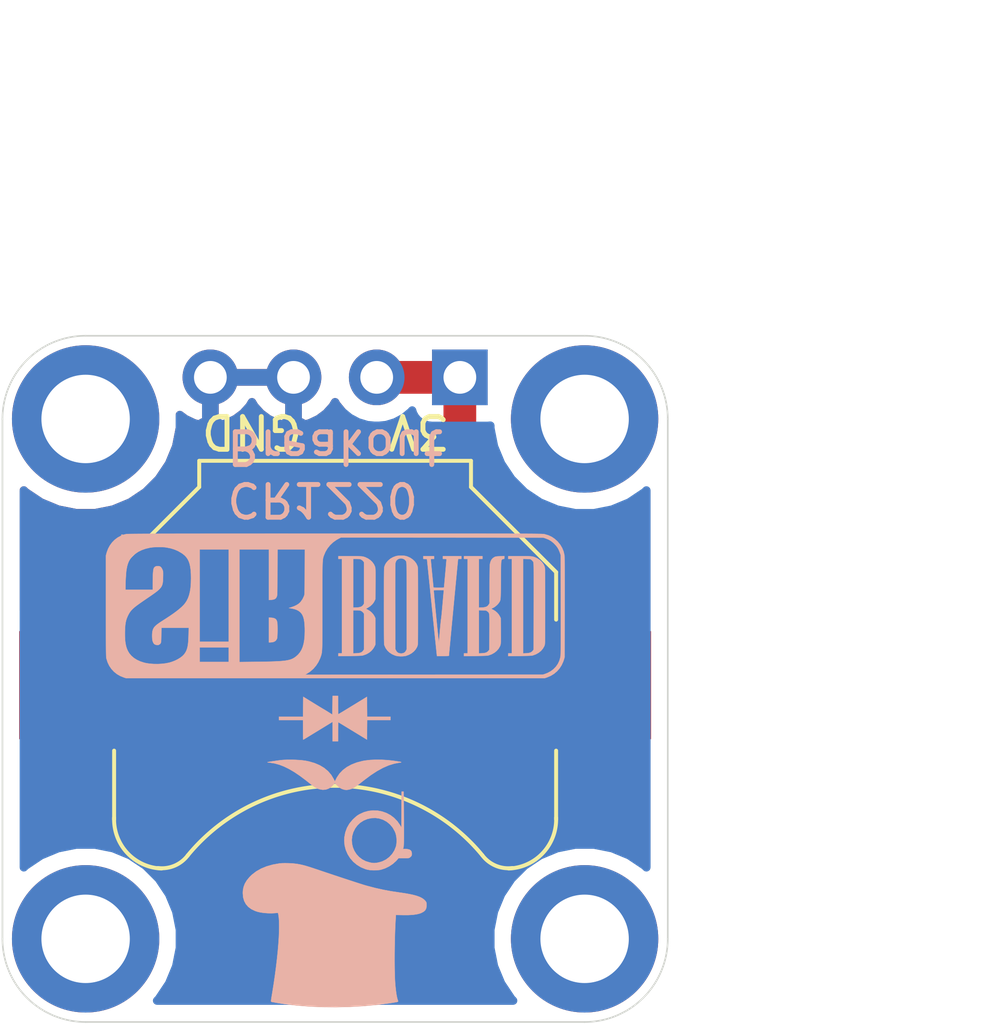
<source format=kicad_pcb>
(kicad_pcb (version 20171130) (host pcbnew "(5.1.2)-2")

  (general
    (thickness 1.6)
    (drawings 16)
    (tracks 9)
    (zones 0)
    (modules 8)
    (nets 3)
  )

  (page User 132.004 102.006)
  (title_block
    (title "CR1220 Breakout")
    (date 2019-10-26)
    (rev 1)
    (company SirBoard)
    (comment 1 "Keystone 3000")
    (comment 2 "DIP 2.54mm")
  )

  (layers
    (0 F.Cu signal)
    (31 B.Cu signal)
    (32 B.Adhes user hide)
    (33 F.Adhes user hide)
    (34 B.Paste user)
    (35 F.Paste user hide)
    (36 B.SilkS user)
    (37 F.SilkS user)
    (38 B.Mask user)
    (39 F.Mask user hide)
    (40 Dwgs.User user)
    (41 Cmts.User user hide)
    (42 Eco1.User user hide)
    (43 Eco2.User user hide)
    (44 Edge.Cuts user)
    (45 Margin user hide)
    (46 B.CrtYd user hide)
    (47 F.CrtYd user hide)
    (48 B.Fab user hide)
    (49 F.Fab user hide)
  )

  (setup
    (last_trace_width 0.127)
    (user_trace_width 0.2)
    (user_trace_width 0.25)
    (user_trace_width 0.3)
    (user_trace_width 0.4)
    (user_trace_width 0.45)
    (user_trace_width 0.5)
    (user_trace_width 0.6)
    (user_trace_width 0.7)
    (user_trace_width 0.8)
    (user_trace_width 0.9)
    (user_trace_width 1)
    (trace_clearance 0.127)
    (zone_clearance 0.5)
    (zone_45_only no)
    (trace_min 0.127)
    (via_size 0.6)
    (via_drill 0.3)
    (via_min_size 0.6)
    (via_min_drill 0.3)
    (user_via 0.8 0.4)
    (user_via 1 0.6)
    (uvia_size 0.4)
    (uvia_drill 0.2)
    (uvias_allowed no)
    (uvia_min_size 0.4)
    (uvia_min_drill 0.1)
    (edge_width 0.05)
    (segment_width 0.2)
    (pcb_text_width 0.3)
    (pcb_text_size 1.5 1.5)
    (mod_edge_width 0.12)
    (mod_text_size 1 1)
    (mod_text_width 0.15)
    (pad_size 1.7 1.7)
    (pad_drill 1)
    (pad_to_mask_clearance 0)
    (solder_mask_min_width 0.1)
    (aux_axis_origin 0 0)
    (visible_elements 7FFFFFFF)
    (pcbplotparams
      (layerselection 0x010fc_ffffffff)
      (usegerberextensions false)
      (usegerberattributes false)
      (usegerberadvancedattributes false)
      (creategerberjobfile false)
      (excludeedgelayer true)
      (linewidth 0.100000)
      (plotframeref false)
      (viasonmask false)
      (mode 1)
      (useauxorigin false)
      (hpglpennumber 1)
      (hpglpenspeed 20)
      (hpglpendiameter 15.000000)
      (psnegative false)
      (psa4output false)
      (plotreference true)
      (plotvalue true)
      (plotinvisibletext false)
      (padsonsilk false)
      (subtractmaskfromsilk false)
      (outputformat 1)
      (mirror false)
      (drillshape 1)
      (scaleselection 1)
      (outputdirectory ""))
  )

  (net 0 "")
  (net 1 GND)
  (net 2 +3V0)

  (net_class Default "This is the default net class."
    (clearance 0.127)
    (trace_width 0.127)
    (via_dia 0.6)
    (via_drill 0.3)
    (uvia_dia 0.4)
    (uvia_drill 0.2)
    (add_net +3V0)
    (add_net GND)
  )

  (module logo:SirBoard140x44 (layer B.Cu) (tedit 0) (tstamp 5DB47472)
    (at 65.405 37.084)
    (fp_text reference G*** (at 0 0) (layer B.SilkS) hide
      (effects (font (size 1.524 1.524) (thickness 0.3)) (justify mirror))
    )
    (fp_text value LOGO (at 0.75 0) (layer B.SilkS) hide
      (effects (font (size 1.524 1.524) (thickness 0.3)) (justify mirror))
    )
    (fp_poly (pts (xy -1.906953 1.100372) (xy -1.851988 1.081422) (xy -1.80998 1.049981) (xy -1.78112 1.006166)
      (xy -1.772947 0.98404) (xy -1.768696 0.960173) (xy -1.765214 0.921594) (xy -1.762527 0.871716)
      (xy -1.760663 0.813956) (xy -1.759649 0.751728) (xy -1.759512 0.688447) (xy -1.760279 0.627528)
      (xy -1.761978 0.572387) (xy -1.764635 0.526437) (xy -1.768277 0.493095) (xy -1.769015 0.488828)
      (xy -1.783685 0.439736) (xy -1.807974 0.403098) (xy -1.843641 0.377633) (xy -1.892442 0.362064)
      (xy -1.952625 0.35527) (xy -2.022929 0.351865) (xy -2.022929 1.106715) (xy -1.974682 1.106715)
      (xy -1.906953 1.100372)) (layer B.SilkS) (width 0.01))
    (fp_poly (pts (xy 5.64016 1.521492) (xy 5.73396 1.520161) (xy 5.811455 1.518756) (xy 5.874484 1.51719)
      (xy 5.924885 1.515376) (xy 5.964496 1.513225) (xy 5.995155 1.51065) (xy 6.0187 1.507563)
      (xy 6.036971 1.503875) (xy 6.043174 1.502224) (xy 6.134303 1.468431) (xy 6.215763 1.422615)
      (xy 6.285831 1.366273) (xy 6.342781 1.300903) (xy 6.384891 1.228003) (xy 6.398404 1.193545)
      (xy 6.400621 1.185852) (xy 6.402612 1.175964) (xy 6.404388 1.162923) (xy 6.405962 1.145777)
      (xy 6.407346 1.123567) (xy 6.408552 1.095341) (xy 6.409591 1.060142) (xy 6.410477 1.017014)
      (xy 6.41122 0.965003) (xy 6.411833 0.903154) (xy 6.412328 0.83051) (xy 6.412717 0.746117)
      (xy 6.413012 0.649019) (xy 6.413225 0.538261) (xy 6.413368 0.412888) (xy 6.413454 0.271944)
      (xy 6.413493 0.114473) (xy 6.4135 -0.004731) (xy 6.413493 -0.173222) (xy 6.413463 -0.324541)
      (xy 6.413395 -0.459658) (xy 6.413276 -0.579544) (xy 6.413091 -0.68517) (xy 6.412826 -0.777506)
      (xy 6.412467 -0.857524) (xy 6.411999 -0.926193) (xy 6.411409 -0.984485) (xy 6.410682 -1.03337)
      (xy 6.409805 -1.073818) (xy 6.408762 -1.106802) (xy 6.40754 -1.13329) (xy 6.406124 -1.154254)
      (xy 6.404501 -1.170664) (xy 6.402656 -1.183492) (xy 6.400576 -1.193707) (xy 6.398245 -1.202281)
      (xy 6.395898 -1.209462) (xy 6.361983 -1.281245) (xy 6.312631 -1.34757) (xy 6.250221 -1.406407)
      (xy 6.177131 -1.455728) (xy 6.095741 -1.493505) (xy 6.04364 -1.509856) (xy 6.026248 -1.513613)
      (xy 6.004686 -1.51667) (xy 5.977078 -1.519092) (xy 5.941546 -1.520945) (xy 5.896216 -1.522294)
      (xy 5.83921 -1.523206) (xy 5.768653 -1.523745) (xy 5.682667 -1.523978) (xy 5.638851 -1.524)
      (xy 5.288643 -1.524) (xy 5.288643 -1.443836) (xy 5.742214 -1.443836) (xy 5.854798 -1.440829)
      (xy 5.901962 -1.439395) (xy 5.934897 -1.43752) (xy 5.957509 -1.434393) (xy 5.973709 -1.429199)
      (xy 5.987404 -1.421128) (xy 6.001254 -1.41038) (xy 6.026198 -1.386224) (xy 6.047361 -1.359217)
      (xy 6.052039 -1.351415) (xy 6.054351 -1.346613) (xy 6.05644 -1.340664) (xy 6.058314 -1.33268)
      (xy 6.059984 -1.321774) (xy 6.061459 -1.307061) (xy 6.062748 -1.287652) (xy 6.063862 -1.262662)
      (xy 6.064809 -1.231202) (xy 6.065599 -1.192388) (xy 6.066242 -1.145331) (xy 6.066746 -1.089144)
      (xy 6.067123 -1.022942) (xy 6.06738 -0.945837) (xy 6.067528 -0.856941) (xy 6.067577 -0.75537)
      (xy 6.067535 -0.640234) (xy 6.067413 -0.510649) (xy 6.067219 -0.365726) (xy 6.066963 -0.204579)
      (xy 6.066656 -0.026322) (xy 6.066601 0.004536) (xy 6.06425 1.328965) (xy 6.038575 1.362526)
      (xy 6.008892 1.393541) (xy 5.972546 1.415752) (xy 5.926379 1.430374) (xy 5.86723 1.438626)
      (xy 5.835919 1.440568) (xy 5.742214 1.444736) (xy 5.742214 -1.443836) (xy 5.288643 -1.443836)
      (xy 5.288643 -1.442357) (xy 5.3975 -1.442357) (xy 5.3975 1.442358) (xy 5.288643 1.442358)
      (xy 5.288643 1.526033) (xy 5.64016 1.521492)) (layer B.SilkS) (width 0.01))
    (fp_poly (pts (xy 4.288518 1.521492) (xy 4.382317 1.520161) (xy 4.459813 1.518756) (xy 4.522841 1.51719)
      (xy 4.573242 1.515376) (xy 4.612853 1.513225) (xy 4.643512 1.51065) (xy 4.667058 1.507563)
      (xy 4.685328 1.503875) (xy 4.691531 1.502224) (xy 4.782794 1.468396) (xy 4.864276 1.422573)
      (xy 4.934292 1.366228) (xy 4.991155 1.300833) (xy 5.033177 1.227863) (xy 5.047294 1.191453)
      (xy 5.051086 1.178413) (xy 5.054178 1.163259) (xy 5.056622 1.144202) (xy 5.058471 1.119451)
      (xy 5.059778 1.087216) (xy 5.060595 1.045707) (xy 5.060974 0.993133) (xy 5.060968 0.927705)
      (xy 5.060628 0.847633) (xy 5.060043 0.756024) (xy 5.057321 0.367393) (xy 5.027899 0.307257)
      (xy 4.992179 0.250478) (xy 4.943424 0.195975) (xy 4.886565 0.148526) (xy 4.827961 0.113581)
      (xy 4.799837 0.099389) (xy 4.779629 0.087599) (xy 4.771581 0.080692) (xy 4.771571 0.080574)
      (xy 4.779167 0.073614) (xy 4.79756 0.065292) (xy 4.798679 0.064897) (xy 4.842505 0.043912)
      (xy 4.890518 0.011649) (xy 4.937473 -0.027671) (xy 4.978127 -0.069828) (xy 4.997669 -0.09525)
      (xy 5.009318 -0.112113) (xy 5.019343 -0.127058) (xy 5.027874 -0.141523) (xy 5.035044 -0.156948)
      (xy 5.040986 -0.17477) (xy 5.045831 -0.19643) (xy 5.049712 -0.223366) (xy 5.052761 -0.257018)
      (xy 5.05511 -0.298824) (xy 5.056892 -0.350223) (xy 5.058239 -0.412655) (xy 5.059282 -0.487558)
      (xy 5.060155 -0.576372) (xy 5.060989 -0.680535) (xy 5.061857 -0.79375) (xy 5.062802 -0.913347)
      (xy 5.063693 -1.016147) (xy 5.064623 -1.103496) (xy 5.065688 -1.176737) (xy 5.066981 -1.237216)
      (xy 5.068596 -1.286279) (xy 5.070628 -1.325269) (xy 5.07317 -1.355534) (xy 5.076317 -1.378416)
      (xy 5.080162 -1.395262) (xy 5.0848 -1.407416) (xy 5.090326 -1.416225) (xy 5.096832 -1.423032)
      (xy 5.104414 -1.429182) (xy 5.106428 -1.430729) (xy 5.126276 -1.439263) (xy 5.145768 -1.442068)
      (xy 5.161016 -1.443625) (xy 5.168313 -1.451088) (xy 5.170569 -1.469349) (xy 5.170714 -1.484029)
      (xy 5.170714 -1.525701) (xy 5.041446 -1.521974) (xy 4.98682 -1.519988) (xy 4.946543 -1.517326)
      (xy 4.916819 -1.513475) (xy 4.893855 -1.507923) (xy 4.873856 -1.500156) (xy 4.871357 -1.498996)
      (xy 4.819444 -1.466289) (xy 4.779289 -1.422116) (xy 4.750198 -1.365307) (xy 4.731477 -1.294692)
      (xy 4.725777 -1.253731) (xy 4.724262 -1.230261) (xy 4.72283 -1.190534) (xy 4.721508 -1.136433)
      (xy 4.720321 -1.069844) (xy 4.719294 -0.99265) (xy 4.718453 -0.906738) (xy 4.717824 -0.813991)
      (xy 4.717432 -0.716295) (xy 4.717304 -0.629972) (xy 4.717143 -0.085195) (xy 4.690957 -0.043904)
      (xy 4.664893 -0.010797) (xy 4.632933 0.013251) (xy 4.591993 0.029545) (xy 4.53899 0.039389)
      (xy 4.484276 0.043568) (xy 4.390571 0.047736) (xy 4.390571 -1.442357) (xy 4.499428 -1.442357)
      (xy 4.499428 -1.524) (xy 3.937 -1.524) (xy 3.937 -1.442357) (xy 4.045857 -1.442357)
      (xy 4.045857 0.125521) (xy 4.390571 0.125521) (xy 4.503155 0.128528) (xy 4.55032 0.129963)
      (xy 4.583254 0.131837) (xy 4.605866 0.134965) (xy 4.622066 0.140158) (xy 4.635761 0.148229)
      (xy 4.649611 0.158978) (xy 4.663344 0.169877) (xy 4.675095 0.179589) (xy 4.685011 0.189539)
      (xy 4.69324 0.201152) (xy 4.699931 0.215856) (xy 4.705231 0.235076) (xy 4.709289 0.260238)
      (xy 4.712252 0.292768) (xy 4.714268 0.334093) (xy 4.715486 0.385638) (xy 4.716054 0.44883)
      (xy 4.716119 0.525094) (xy 4.71583 0.615856) (xy 4.715334 0.722543) (xy 4.715023 0.789215)
      (xy 4.712607 1.328965) (xy 4.686932 1.362526) (xy 4.657249 1.393541) (xy 4.620903 1.415752)
      (xy 4.574736 1.430374) (xy 4.515587 1.438626) (xy 4.484276 1.440568) (xy 4.390571 1.444736)
      (xy 4.390571 0.125521) (xy 4.045857 0.125521) (xy 4.045857 1.442358) (xy 3.937 1.442358)
      (xy 3.937 1.526033) (xy 4.288518 1.521492)) (layer B.SilkS) (width 0.01))
    (fp_poly (pts (xy 3.222426 1.524901) (xy 3.270567 1.524399) (xy 3.320168 1.523498) (xy 3.367924 1.522256)
      (xy 3.410523 1.520734) (xy 3.444659 1.51899) (xy 3.467023 1.517084) (xy 3.474357 1.515226)
      (xy 3.475201 1.504779) (xy 3.477658 1.477442) (xy 3.481617 1.434384) (xy 3.486968 1.376775)
      (xy 3.493599 1.305785) (xy 3.501399 1.222583) (xy 3.510257 1.128341) (xy 3.520062 1.024226)
      (xy 3.530703 0.91141) (xy 3.542069 0.791063) (xy 3.554049 0.664353) (xy 3.566532 0.532452)
      (xy 3.579406 0.396528) (xy 3.592562 0.257753) (xy 3.605886 0.117295) (xy 3.61927 -0.023675)
      (xy 3.632601 -0.163988) (xy 3.645768 -0.302473) (xy 3.658661 -0.437961) (xy 3.671168 -0.569282)
      (xy 3.683179 -0.695266) (xy 3.694581 -0.814742) (xy 3.705265 -0.926542) (xy 3.715119 -1.029495)
      (xy 3.724032 -1.122432) (xy 3.731893 -1.204181) (xy 3.738592 -1.273575) (xy 3.744015 -1.329442)
      (xy 3.748054 -1.370613) (xy 3.750597 -1.395917) (xy 3.751458 -1.403803) (xy 3.756683 -1.442357)
      (xy 3.855357 -1.442357) (xy 3.855357 -1.524) (xy 3.292928 -1.524) (xy 3.292928 -1.442357)
      (xy 3.347357 -1.442357) (xy 3.377486 -1.44198) (xy 3.393748 -1.439468) (xy 3.400419 -1.432749)
      (xy 3.401776 -1.419748) (xy 3.401786 -1.415971) (xy 3.400974 -1.401571) (xy 3.398655 -1.371097)
      (xy 3.394999 -1.326541) (xy 3.390177 -1.269894) (xy 3.384359 -1.203147) (xy 3.377717 -1.128292)
      (xy 3.370422 -1.04732) (xy 3.3655 -0.993321) (xy 3.357896 -0.909895) (xy 3.350833 -0.831659)
      (xy 3.34448 -0.760547) (xy 3.339007 -0.698494) (xy 3.334585 -0.647432) (xy 3.331382 -0.609296)
      (xy 3.329568 -0.586019) (xy 3.329214 -0.579743) (xy 3.328267 -0.573581) (xy 3.323788 -0.569084)
      (xy 3.313322 -0.565989) (xy 3.294411 -0.564036) (xy 3.2646 -0.562966) (xy 3.221431 -0.562516)
      (xy 3.165928 -0.562428) (xy 3.113767 -0.562724) (xy 3.0685 -0.563545) (xy 3.032989 -0.564793)
      (xy 3.010098 -0.566369) (xy 3.002643 -0.568043) (xy 3.001775 -0.577949) (xy 2.999292 -0.604087)
      (xy 2.995371 -0.644636) (xy 2.99019 -0.697775) (xy 2.983928 -0.761683) (xy 2.976761 -0.834538)
      (xy 2.968868 -0.914519) (xy 2.961821 -0.985744) (xy 2.953421 -1.071021) (xy 2.945603 -1.151306)
      (xy 2.938549 -1.224678) (xy 2.932437 -1.289218) (xy 2.92745 -1.343006) (xy 2.923767 -1.384124)
      (xy 2.921568 -1.410651) (xy 2.921 -1.420093) (xy 2.922351 -1.432849) (xy 2.929362 -1.439491)
      (xy 2.946467 -1.441998) (xy 2.970893 -1.442357) (xy 3.020786 -1.442357) (xy 3.020786 -1.524)
      (xy 2.694214 -1.524) (xy 2.694214 -1.443223) (xy 2.806942 -1.437821) (xy 2.905649 -0.473982)
      (xy 3.011459 -0.473982) (xy 3.012925 -0.479771) (xy 3.018771 -0.483961) (xy 3.031493 -0.486807)
      (xy 3.053585 -0.488564) (xy 3.087543 -0.489485) (xy 3.135863 -0.489825) (xy 3.167177 -0.489857)
      (xy 3.322641 -0.489857) (xy 3.317377 -0.442232) (xy 3.315475 -0.423116) (xy 3.312207 -0.388078)
      (xy 3.307765 -0.339271) (xy 3.302341 -0.27885) (xy 3.296129 -0.208969) (xy 3.28932 -0.13178)
      (xy 3.282109 -0.049438) (xy 3.278198 -0.004535) (xy 3.270927 0.07768) (xy 3.263924 0.154208)
      (xy 3.257377 0.223176) (xy 3.251473 0.282713) (xy 3.246403 0.330949) (xy 3.242353 0.366013)
      (xy 3.239514 0.386032) (xy 3.23844 0.390072) (xy 3.2364 0.399813) (xy 3.233059 0.425674)
      (xy 3.228618 0.465692) (xy 3.223274 0.517907) (xy 3.217227 0.580357) (xy 3.210676 0.65108)
      (xy 3.20382 0.728114) (xy 3.201863 0.750661) (xy 3.194984 0.828899) (xy 3.188384 0.901191)
      (xy 3.182258 0.965608) (xy 3.176801 1.020221) (xy 3.172206 1.063102) (xy 3.168668 1.092322)
      (xy 3.166382 1.105953) (xy 3.165979 1.106715) (xy 3.164545 1.097946) (xy 3.161552 1.072692)
      (xy 3.157156 1.032528) (xy 3.151509 0.979031) (xy 3.144766 0.913775) (xy 3.137082 0.838338)
      (xy 3.128609 0.754295) (xy 3.119503 0.663223) (xy 3.109917 0.566697) (xy 3.100006 0.466293)
      (xy 3.089923 0.363588) (xy 3.079822 0.260157) (xy 3.069858 0.157577) (xy 3.060184 0.057423)
      (xy 3.050955 -0.038728) (xy 3.042325 -0.1293) (xy 3.034447 -0.212718) (xy 3.027477 -0.287405)
      (xy 3.021567 -0.351785) (xy 3.016872 -0.404282) (xy 3.013547 -0.443321) (xy 3.011744 -0.467325)
      (xy 3.011459 -0.473982) (xy 2.905649 -0.473982) (xy 2.958371 0.040822) (xy 2.974957 0.202742)
      (xy 2.991045 0.359732) (xy 3.006539 0.510846) (xy 3.02134 0.655138) (xy 3.035351 0.791663)
      (xy 3.048476 0.919474) (xy 3.060617 1.037626) (xy 3.071676 1.145173) (xy 3.081557 1.241169)
      (xy 3.090162 1.324668) (xy 3.097394 1.394725) (xy 3.103156 1.450394) (xy 3.10735 1.490728)
      (xy 3.109879 1.514783) (xy 3.11065 1.521733) (xy 3.119859 1.52342) (xy 3.143764 1.524471)
      (xy 3.179056 1.524945) (xy 3.222426 1.524901)) (layer B.SilkS) (width 0.01))
    (fp_poly (pts (xy 0.451303 1.521492) (xy 0.542312 1.520275) (xy 0.617194 1.519054) (xy 0.677963 1.517722)
      (xy 0.726635 1.516169) (xy 0.765226 1.514289) (xy 0.79575 1.511972) (xy 0.820223 1.509109)
      (xy 0.84066 1.505593) (xy 0.859076 1.501315) (xy 0.867238 1.499113) (xy 0.95744 1.46585)
      (xy 1.038518 1.419602) (xy 1.1084 1.361974) (xy 1.165013 1.29457) (xy 1.193599 1.246502)
      (xy 1.229178 1.176393) (xy 1.229178 0.367393) (xy 1.199756 0.307257) (xy 1.164036 0.250478)
      (xy 1.115281 0.195975) (xy 1.058423 0.148526) (xy 0.999818 0.113581) (xy 0.971732 0.099589)
      (xy 0.951558 0.088291) (xy 0.943515 0.082057) (xy 0.943505 0.081954) (xy 0.950961 0.075706)
      (xy 0.970602 0.063623) (xy 0.998453 0.048123) (xy 1.003651 0.045357) (xy 1.071984 0.00123)
      (xy 1.131798 -0.053238) (xy 1.179362 -0.11431) (xy 1.199716 -0.15097) (xy 1.229178 -0.213178)
      (xy 1.231759 -0.683876) (xy 1.23229 -0.789966) (xy 1.232598 -0.879499) (xy 1.232644 -0.954062)
      (xy 1.232389 -1.015239) (xy 1.231797 -1.064616) (xy 1.230828 -1.103778) (xy 1.229445 -1.134311)
      (xy 1.227609 -1.157801) (xy 1.225282 -1.175833) (xy 1.222426 -1.189993) (xy 1.219303 -1.200948)
      (xy 1.18611 -1.274803) (xy 1.137387 -1.342702) (xy 1.075277 -1.40279) (xy 1.001923 -1.45321)
      (xy 0.919469 -1.492109) (xy 0.861916 -1.510359) (xy 0.844663 -1.513988) (xy 0.822451 -1.516945)
      (xy 0.793473 -1.519293) (xy 0.75592 -1.52109) (xy 0.707983 -1.522398) (xy 0.647854 -1.523276)
      (xy 0.573725 -1.523787) (xy 0.483786 -1.52399) (xy 0.45453 -1.524) (xy 0.099785 -1.524)
      (xy 0.099785 -1.442357) (xy 0.208643 -1.442357) (xy 0.553357 -1.442357) (xy 0.654814 -1.442357)
      (xy 0.703198 -1.441759) (xy 0.738056 -1.43956) (xy 0.763976 -1.43515) (xy 0.785549 -1.427917)
      (xy 0.794693 -1.423757) (xy 0.825221 -1.404066) (xy 0.853206 -1.378318) (xy 0.858789 -1.371597)
      (xy 0.884464 -1.338035) (xy 0.884464 -0.075782) (xy 0.860116 -0.03899) (xy 0.834009 -0.007687)
      (xy 0.801293 0.015128) (xy 0.759039 0.030613) (xy 0.704318 0.03993) (xy 0.651381 0.043649)
      (xy 0.553357 0.047688) (xy 0.553357 -1.442357) (xy 0.208643 -1.442357) (xy 0.208643 0.127)
      (xy 0.553357 0.127) (xy 0.654814 0.127) (xy 0.703198 0.127598) (xy 0.738056 0.129797)
      (xy 0.763976 0.134207) (xy 0.785549 0.14144) (xy 0.794693 0.1456) (xy 0.825221 0.165291)
      (xy 0.853206 0.19104) (xy 0.858789 0.197761) (xy 0.884464 0.231322) (xy 0.884464 1.321218)
      (xy 0.860116 1.35801) (xy 0.834009 1.389313) (xy 0.801293 1.412128) (xy 0.759039 1.427613)
      (xy 0.704318 1.43693) (xy 0.651381 1.440649) (xy 0.553357 1.444688) (xy 0.553357 0.127)
      (xy 0.208643 0.127) (xy 0.208643 1.442358) (xy 0.099785 1.442358) (xy 0.099785 1.525906)
      (xy 0.451303 1.521492)) (layer B.SilkS) (width 0.01))
    (fp_poly (pts (xy 2.068437 1.531718) (xy 2.136469 1.523445) (xy 2.169929 1.515695) (xy 2.25609 1.483425)
      (xy 2.33438 1.439007) (xy 2.402574 1.384363) (xy 2.458451 1.321417) (xy 2.499787 1.252094)
      (xy 2.513327 1.218534) (xy 2.515878 1.21067) (xy 2.518171 1.202049) (xy 2.520218 1.191708)
      (xy 2.522033 1.178685) (xy 2.523632 1.162017) (xy 2.525026 1.140742) (xy 2.526231 1.113897)
      (xy 2.52726 1.080521) (xy 2.528127 1.03965) (xy 2.528846 0.990323) (xy 2.52943 0.931577)
      (xy 2.529894 0.86245) (xy 2.530251 0.781979) (xy 2.530515 0.689201) (xy 2.5307 0.583156)
      (xy 2.53082 0.462879) (xy 2.530889 0.327409) (xy 2.530921 0.175784) (xy 2.530928 0.00704)
      (xy 2.530928 -0.004535) (xy 2.530922 -0.174424) (xy 2.530892 -0.327132) (xy 2.530826 -0.463622)
      (xy 2.53071 -0.584856) (xy 2.530529 -0.691797) (xy 2.530271 -0.785407) (xy 2.52992 -0.866648)
      (xy 2.529464 -0.936483) (xy 2.528888 -0.995875) (xy 2.528178 -1.045784) (xy 2.527321 -1.087175)
      (xy 2.526303 -1.121009) (xy 2.52511 -1.148248) (xy 2.523728 -1.169856) (xy 2.522144 -1.186794)
      (xy 2.520343 -1.200025) (xy 2.518311 -1.210511) (xy 2.516035 -1.219215) (xy 2.513501 -1.227098)
      (xy 2.513327 -1.227605) (xy 2.479412 -1.299388) (xy 2.43006 -1.365713) (xy 2.36765 -1.42455)
      (xy 2.29456 -1.473871) (xy 2.213169 -1.511648) (xy 2.161069 -1.527999) (xy 2.112077 -1.536646)
      (xy 2.052602 -1.541051) (xy 1.988976 -1.541285) (xy 1.92753 -1.537417) (xy 1.874595 -1.529518)
      (xy 1.855107 -1.524627) (xy 1.766921 -1.491693) (xy 1.691154 -1.448371) (xy 1.623972 -1.392336)
      (xy 1.605353 -1.373167) (xy 1.565311 -1.325845) (xy 1.53633 -1.280155) (xy 1.513817 -1.228563)
      (xy 1.509242 -1.215571) (xy 1.506766 -1.207718) (xy 1.504542 -1.198824) (xy 1.502558 -1.187924)
      (xy 1.500799 -1.174051) (xy 1.499252 -1.15624) (xy 1.497903 -1.133526) (xy 1.496739 -1.104943)
      (xy 1.495746 -1.069527) (xy 1.494911 -1.026311) (xy 1.49422 -0.97433) (xy 1.493659 -0.912619)
      (xy 1.493216 -0.840212) (xy 1.492876 -0.756144) (xy 1.492626 -0.659449) (xy 1.492452 -0.549162)
      (xy 1.492341 -0.424317) (xy 1.492316 -0.365315) (xy 1.834081 -0.365315) (xy 1.834093 -0.535722)
      (xy 1.834266 -0.689915) (xy 1.834599 -0.827679) (xy 1.835091 -0.948799) (xy 1.835741 -1.053061)
      (xy 1.836547 -1.140249) (xy 1.837508 -1.210149) (xy 1.838624 -1.262546) (xy 1.839894 -1.297226)
      (xy 1.841285 -1.313812) (xy 1.850822 -1.348179) (xy 1.864818 -1.380066) (xy 1.872768 -1.392638)
      (xy 1.910683 -1.428307) (xy 1.957431 -1.45073) (xy 2.008823 -1.459292) (xy 2.06067 -1.453378)
      (xy 2.108781 -1.432374) (xy 2.115019 -1.428167) (xy 2.141323 -1.405444) (xy 2.163419 -1.379513)
      (xy 2.169401 -1.369927) (xy 2.171697 -1.365076) (xy 2.173775 -1.358994) (xy 2.175645 -1.350796)
      (xy 2.177317 -1.339597) (xy 2.178804 -1.324511) (xy 2.180115 -1.304653) (xy 2.181263 -1.279138)
      (xy 2.182257 -1.247081) (xy 2.183108 -1.207597) (xy 2.183829 -1.159801) (xy 2.184429 -1.102807)
      (xy 2.184919 -1.035731) (xy 2.185311 -0.957687) (xy 2.185615 -0.86779) (xy 2.185843 -0.765155)
      (xy 2.186005 -0.648897) (xy 2.186112 -0.518131) (xy 2.186175 -0.371972) (xy 2.186206 -0.209534)
      (xy 2.186214 -0.029932) (xy 2.186214 1.318701) (xy 2.166972 1.358449) (xy 2.1378 1.401574)
      (xy 2.098623 1.430121) (xy 2.048459 1.444658) (xy 2.013857 1.446893) (xy 1.957623 1.440588)
      (xy 1.912918 1.420934) (xy 1.877877 1.386824) (xy 1.858474 1.35451) (xy 1.836964 1.310822)
      (xy 1.834543 0.023286) (xy 1.834231 -0.178907) (xy 1.834081 -0.365315) (xy 1.492316 -0.365315)
      (xy 1.49228 -0.28395) (xy 1.492254 -0.127094) (xy 1.49225 -0.004535) (xy 1.492258 0.164615)
      (xy 1.49229 0.316589) (xy 1.492362 0.452351) (xy 1.492485 0.572868) (xy 1.492675 0.679105)
      (xy 1.492945 0.772028) (xy 1.493308 0.852603) (xy 1.493778 0.921796) (xy 1.494369 0.980572)
      (xy 1.495095 1.029898) (xy 1.49597 1.070739) (xy 1.497007 1.104061) (xy 1.498219 1.130829)
      (xy 1.499622 1.15201) (xy 1.501227 1.168569) (xy 1.50305 1.181472) (xy 1.505104 1.191685)
      (xy 1.507402 1.200174) (xy 1.50947 1.2065) (xy 1.54579 1.28455) (xy 1.597406 1.355058)
      (xy 1.662457 1.41638) (xy 1.739083 1.466877) (xy 1.825424 1.504906) (xy 1.859707 1.515557)
      (xy 1.922883 1.527771) (xy 1.994851 1.533159) (xy 2.068437 1.531718)) (layer B.SilkS) (width 0.01))
    (fp_poly (pts (xy 6.472464 2.17505) (xy 6.584069 2.127724) (xy 6.685196 2.065929) (xy 6.774967 1.990596)
      (xy 6.8525 1.902651) (xy 6.916918 1.803023) (xy 6.96734 1.692641) (xy 6.987807 1.631061)
      (xy 7.00719 1.564822) (xy 7.009952 0.036286) (xy 7.010306 -0.187144) (xy 7.010527 -0.392691)
      (xy 7.010614 -0.580612) (xy 7.010565 -0.751167) (xy 7.010381 -0.904614) (xy 7.010059 -1.041211)
      (xy 7.009598 -1.161218) (xy 7.008998 -1.264893) (xy 7.008257 -1.352494) (xy 7.007374 -1.424281)
      (xy 7.006348 -1.480511) (xy 7.005178 -1.521443) (xy 7.003862 -1.547337) (xy 7.003004 -1.55575)
      (xy 6.97671 -1.668413) (xy 6.933441 -1.775532) (xy 6.87388 -1.87574) (xy 6.798708 -1.967672)
      (xy 6.796333 -1.970168) (xy 6.709672 -2.049766) (xy 6.617092 -2.112726) (xy 6.516713 -2.1601)
      (xy 6.406652 -2.192937) (xy 6.391409 -2.196218) (xy 6.385781 -2.19731) (xy 6.379442 -2.198353)
      (xy 6.371989 -2.19935) (xy 6.363019 -2.200301) (xy 6.352132 -2.201207) (xy 6.338924 -2.202069)
      (xy 6.322994 -2.202889) (xy 6.303938 -2.203666) (xy 6.281355 -2.204403) (xy 6.254843 -2.205101)
      (xy 6.224 -2.205759) (xy 6.188423 -2.20638) (xy 6.147709 -2.206965) (xy 6.101458 -2.207513)
      (xy 6.049266 -2.208028) (xy 5.990732 -2.208508) (xy 5.925452 -2.208956) (xy 5.853026 -2.209373)
      (xy 5.77305 -2.209759) (xy 5.685123 -2.210116) (xy 5.588842 -2.210444) (xy 5.483806 -2.210745)
      (xy 5.369611 -2.21102) (xy 5.245856 -2.211269) (xy 5.112138 -2.211494) (xy 4.968056 -2.211696)
      (xy 4.813206 -2.211875) (xy 4.647188 -2.212033) (xy 4.469598 -2.212171) (xy 4.280034 -2.21229)
      (xy 4.078095 -2.21239) (xy 3.863377 -2.212474) (xy 3.635479 -2.212541) (xy 3.393999 -2.212593)
      (xy 3.138534 -2.212631) (xy 2.868682 -2.212656) (xy 2.584041 -2.212669) (xy 2.284209 -2.212671)
      (xy 1.968783 -2.212663) (xy 1.637362 -2.212647) (xy 1.289542 -2.212622) (xy 0.924923 -2.21259)
      (xy 0.5431 -2.212553) (xy 0.143674 -2.21251) (xy 0.004535 -2.212495) (xy -0.407505 -2.212446)
      (xy -0.801783 -2.21239) (xy -1.178677 -2.212327) (xy -1.538569 -2.212255) (xy -1.881838 -2.212175)
      (xy -2.208863 -2.212085) (xy -2.520026 -2.211985) (xy -2.815705 -2.211873) (xy -3.096281 -2.21175)
      (xy -3.362135 -2.211613) (xy -3.613644 -2.211463) (xy -3.851191 -2.211298) (xy -4.075154 -2.211118)
      (xy -4.285914 -2.210922) (xy -4.48385 -2.210708) (xy -4.669343 -2.210478) (xy -4.842773 -2.210228)
      (xy -5.004519 -2.20996) (xy -5.154961 -2.209671) (xy -5.29448 -2.209361) (xy -5.423456 -2.20903)
      (xy -5.542267 -2.208676) (xy -5.651295 -2.208298) (xy -5.750919 -2.207897) (xy -5.84152 -2.207471)
      (xy -5.923476 -2.207019) (xy -5.997169 -2.20654) (xy -6.062978 -2.206034) (xy -6.121282 -2.2055)
      (xy -6.172463 -2.204937) (xy -6.2169 -2.204344) (xy -6.254973 -2.203721) (xy -6.287062 -2.203066)
      (xy -6.313546 -2.20238) (xy -6.334807 -2.20166) (xy -6.351223 -2.200906) (xy -6.363175 -2.200118)
      (xy -6.371043 -2.199295) (xy -6.372679 -2.199038) (xy -6.409728 -2.191864) (xy -6.44203 -2.184439)
      (xy -6.463596 -2.178165) (xy -6.466088 -2.177174) (xy -6.485547 -2.169899) (xy -6.494648 -2.168825)
      (xy -6.490449 -2.174078) (xy -6.487158 -2.176279) (xy -6.483883 -2.181642) (xy -6.497826 -2.182992)
      (xy -6.502408 -2.182813) (xy -6.524372 -2.179664) (xy -6.537331 -2.174264) (xy -6.536901 -2.170818)
      (xy -6.529802 -2.172746) (xy -6.514689 -2.173478) (xy -6.509915 -2.169956) (xy -6.514243 -2.161784)
      (xy -6.531135 -2.150604) (xy -6.543015 -2.144888) (xy -6.640644 -2.09277) (xy -6.729852 -2.02567)
      (xy -6.80915 -1.94537) (xy -6.877049 -1.853657) (xy -6.932058 -1.752313) (xy -6.972688 -1.643124)
      (xy -6.978091 -1.623785) (xy -6.998607 -1.546678) (xy -6.998607 -0.004535) (xy -6.998599 0.192209)
      (xy -6.998568 0.371646) (xy -6.998507 0.534614) (xy -6.998407 0.681948) (xy -6.998278 0.798559)
      (xy -6.420622 0.798559) (xy -6.419775 0.760601) (xy -6.4157 0.661505) (xy -6.40881 0.576948)
      (xy -6.398391 0.503449) (xy -6.383732 0.437527) (xy -6.364122 0.3757) (xy -6.338847 0.314487)
      (xy -6.320853 0.276978) (xy -6.299314 0.235941) (xy -6.277064 0.198415) (xy -6.252695 0.163125)
      (xy -6.224799 0.128799) (xy -6.191968 0.094162) (xy -6.152793 0.05794) (xy -6.105865 0.018859)
      (xy -6.049776 -0.024355) (xy -5.983119 -0.072977) (xy -5.904484 -0.128279) (xy -5.812463 -0.191537)
      (xy -5.773964 -0.21774) (xy -5.673975 -0.285824) (xy -5.587969 -0.34517) (xy -5.51487 -0.397159)
      (xy -5.453604 -0.443173) (xy -5.403094 -0.484594) (xy -5.362266 -0.522803) (xy -5.330044 -0.559182)
      (xy -5.305352 -0.595111) (xy -5.287116 -0.631973) (xy -5.274259 -0.671149) (xy -5.265707 -0.714021)
      (xy -5.260383 -0.76197) (xy -5.257213 -0.816377) (xy -5.255121 -0.878624) (xy -5.254954 -0.884464)
      (xy -5.253433 -0.943948) (xy -5.252883 -0.988711) (xy -5.253534 -1.022157) (xy -5.255614 -1.047692)
      (xy -5.259352 -1.068724) (xy -5.264977 -1.088656) (xy -5.269568 -1.102115) (xy -5.286437 -1.139704)
      (xy -5.307644 -1.173345) (xy -5.3191 -1.186761) (xy -5.34009 -1.205005) (xy -5.361467 -1.215142)
      (xy -5.390907 -1.220351) (xy -5.402922 -1.221466) (xy -5.455482 -1.219609) (xy -5.496543 -1.204069)
      (xy -5.526986 -1.174428) (xy -5.536792 -1.157726) (xy -5.546329 -1.127946) (xy -5.554231 -1.080147)
      (xy -5.560494 -1.014381) (xy -5.565114 -0.930698) (xy -5.568088 -0.829149) (xy -5.569411 -0.709785)
      (xy -5.569465 -0.691696) (xy -5.569857 -0.498928) (xy -6.404429 -0.498928) (xy -6.404228 -0.578303)
      (xy -6.403372 -0.640792) (xy -6.40124 -0.711603) (xy -6.398047 -0.787068) (xy -6.39401 -0.863521)
      (xy -6.389345 -0.937295) (xy -6.38427 -1.004722) (xy -6.379 -1.062135) (xy -6.373753 -1.105867)
      (xy -6.372644 -1.113161) (xy -6.353366 -1.212885) (xy -6.329288 -1.29791) (xy -6.299009 -1.371356)
      (xy -6.261125 -1.436347) (xy -6.214235 -1.496003) (xy -6.18845 -1.523326) (xy -6.103717 -1.59839)
      (xy -6.010272 -1.661157) (xy -5.90637 -1.712474) (xy -5.790271 -1.753188) (xy -5.66023 -1.784146)
      (xy -5.646965 -1.786633) (xy -5.589262 -1.794586) (xy -5.518688 -1.800224) (xy -5.440371 -1.803489)
      (xy -5.359444 -1.80432) (xy -5.281036 -1.802657) (xy -5.210277 -1.798439) (xy -5.157107 -1.792369)
      (xy -5.022619 -1.765666) (xy -4.900835 -1.728318) (xy -4.789056 -1.679268) (xy -4.684584 -1.617457)
      (xy -4.650868 -1.593799) (xy -4.592704 -1.546002) (xy -4.543334 -1.493135) (xy -4.502235 -1.433642)
      (xy -4.468881 -1.365964) (xy -4.44275 -1.288545) (xy -4.423316 -1.199828) (xy -4.410057 -1.098254)
      (xy -4.402447 -0.982267) (xy -4.399963 -0.850309) (xy -4.399962 -0.848178) (xy -4.403402 -0.698282)
      (xy -4.414023 -0.563898) (xy -4.432187 -0.443727) (xy -4.458256 -0.336469) (xy -4.492595 -0.240822)
      (xy -4.535565 -0.155487) (xy -4.587529 -0.079163) (xy -4.627518 -0.032462) (xy -4.685426 0.025302)
      (xy -4.754539 0.086372) (xy -4.835826 0.151475) (xy -4.930256 0.221342) (xy -5.038798 0.2967)
      (xy -5.162421 0.378279) (xy -5.237658 0.426358) (xy -5.318156 0.47814) (xy -5.384265 0.522923)
      (xy -5.437587 0.562289) (xy -5.479718 0.597817) (xy -5.512258 0.63109) (xy -5.536806 0.663689)
      (xy -5.554959 0.697194) (xy -5.568316 0.733186) (xy -5.575659 0.760663) (xy -5.58337 0.807592)
      (xy -5.587524 0.863873) (xy -5.588219 0.924136) (xy -5.585555 0.983009) (xy -5.579632 1.035123)
      (xy -5.57055 1.075107) (xy -5.569782 1.077361) (xy -5.548545 1.12526) (xy -5.52268 1.157632)
      (xy -5.489372 1.177) (xy -5.449123 1.185568) (xy -5.416834 1.18759) (xy -5.394447 1.184403)
      (xy -5.374094 1.174466) (xy -5.366375 1.169369) (xy -5.350352 1.157712) (xy -5.337803 1.145754)
      (xy -5.328265 1.131191) (xy -5.321272 1.111716) (xy -5.316363 1.085024) (xy -5.313071 1.048811)
      (xy -5.310935 1.00077) (xy -5.30949 0.938596) (xy -5.308593 0.882197) (xy -5.305369 0.662215)
      (xy -4.469829 0.662215) (xy -4.474746 0.882197) (xy -4.47846 0.99451) (xy -4.484383 1.088572)
      (xy -4.136572 1.088572) (xy -4.136572 -1.732642) (xy -3.247572 -1.732642) (xy -2.921 -1.732642)
      (xy -2.022929 -1.732642) (xy -2.022929 -0.187907) (xy -1.950726 -0.192856) (xy -1.891869 -0.200138)
      (xy -1.847753 -0.213842) (xy -1.815629 -0.23556) (xy -1.792749 -0.266886) (xy -1.782536 -0.290349)
      (xy -1.779171 -0.300156) (xy -1.776241 -0.310685) (xy -1.773711 -0.323221) (xy -1.771546 -0.339048)
      (xy -1.769708 -0.359447) (xy -1.768163 -0.385705) (xy -1.766875 -0.419104) (xy -1.765808 -0.460928)
      (xy -1.764927 -0.51246) (xy -1.764194 -0.574985) (xy -1.763576 -0.649786) (xy -1.763036 -0.738147)
      (xy -1.762538 -0.841352) (xy -1.762046 -0.960684) (xy -1.761755 -1.03641) (xy -1.759117 -1.732642)
      (xy -0.924342 -1.732642) (xy -0.927082 -1.045482) (xy -0.927598 -0.91758) (xy -0.928083 -0.806523)
      (xy -0.928577 -0.711012) (xy -0.929121 -0.629751) (xy -0.929754 -0.56144) (xy -0.930518 -0.504782)
      (xy -0.931452 -0.458479) (xy -0.932597 -0.421234) (xy -0.933993 -0.391747) (xy -0.935682 -0.368721)
      (xy -0.937702 -0.350859) (xy -0.940094 -0.336861) (xy -0.9429 -0.325431) (xy -0.946159 -0.31527)
      (xy -0.949911 -0.30508) (xy -0.950127 -0.304508) (xy -0.99315 -0.213683) (xy -1.049246 -0.133099)
      (xy -1.075263 -0.104091) (xy -1.121051 -0.06559) (xy -1.181546 -0.028463) (xy -1.253316 0.005471)
      (xy -1.332929 0.034398) (xy -1.342572 0.037364) (xy -1.410607 0.057894) (xy -1.341012 0.068804)
      (xy -1.250599 0.08744) (xy -1.174951 0.113088) (xy -1.111725 0.146717) (xy -1.065259 0.182982)
      (xy -1.028647 0.222935) (xy -0.998236 0.270375) (xy -0.973658 0.326824) (xy -0.954546 0.393807)
      (xy -0.940532 0.472846) (xy -0.93125 0.565467) (xy -0.926332 0.673192) (xy -0.925286 0.763593)
      (xy -0.929026 0.906122) (xy -0.940513 1.033246) (xy -0.960144 1.146146) (xy -0.98832 1.246006)
      (xy -1.025439 1.334009) (xy -1.071899 1.411338) (xy -1.1281 1.479174) (xy -1.183822 1.530251)
      (xy -1.216202 1.555387) (xy -1.2488 1.577818) (xy -1.282806 1.597711) (xy -1.319414 1.615235)
      (xy -1.359814 1.630558) (xy -1.405201 1.643848) (xy -1.456765 1.655273) (xy -1.515698 1.665)
      (xy -1.583194 1.673199) (xy -1.660443 1.680038) (xy -1.748639 1.685684) (xy -1.848973 1.690305)
      (xy -1.962638 1.69407) (xy -2.090825 1.697147) (xy -2.234726 1.699703) (xy -2.395535 1.701908)
      (xy -2.401661 1.701983) (xy -2.921 1.70832) (xy -2.921 -1.732642) (xy -3.247572 -1.732642)
      (xy -3.247572 1.088572) (xy -4.136572 1.088572) (xy -4.484383 1.088572) (xy -4.484532 1.090923)
      (xy -4.493469 1.173587) (xy -4.505775 1.244649) (xy -4.521958 1.306259) (xy -4.542522 1.360566)
      (xy -4.567974 1.409718) (xy -4.598819 1.455865) (xy -4.61458 1.476205) (xy -4.663636 1.526597)
      (xy -4.727609 1.575984) (xy -4.803288 1.622583) (xy -4.887463 1.664611) (xy -4.976923 1.700282)
      (xy -4.99397 1.705429) (xy -4.136572 1.705429) (xy -4.136572 1.260929) (xy -3.247572 1.260929)
      (xy -3.247572 1.705429) (xy -4.136572 1.705429) (xy -4.99397 1.705429) (xy -5.066393 1.727295)
      (xy -5.170729 1.748308) (xy -5.285527 1.76213) (xy -5.406078 1.768747) (xy -5.527673 1.76815)
      (xy -5.645604 1.760327) (xy -5.755162 1.745266) (xy -5.829312 1.729134) (xy -5.945913 1.69174)
      (xy -6.051105 1.643649) (xy -6.143622 1.585663) (xy -6.222196 1.518582) (xy -6.285558 1.443206)
      (xy -6.288184 1.439409) (xy -6.327515 1.374208) (xy -6.359438 1.303341) (xy -6.384316 1.224937)
      (xy -6.40251 1.137127) (xy -6.414385 1.038041) (xy -6.420301 0.925808) (xy -6.420622 0.798559)
      (xy -6.998278 0.798559) (xy -6.99826 0.814485) (xy -6.998057 0.933061) (xy -6.99779 1.038512)
      (xy -6.997451 1.131675) (xy -6.997031 1.213387) (xy -6.996522 1.284484) (xy -6.995916 1.345802)
      (xy -6.995205 1.398177) (xy -6.994379 1.442447) (xy -6.993432 1.479447) (xy -6.992353 1.510014)
      (xy -6.991136 1.534984) (xy -6.989771 1.555193) (xy -6.988251 1.571479) (xy -6.986566 1.584677)
      (xy -6.98471 1.595624) (xy -6.982672 1.605156) (xy -6.982558 1.605643) (xy -6.946716 1.719352)
      (xy -6.895417 1.82449) (xy -6.829789 1.91985) (xy -6.750956 2.004224) (xy -6.660042 2.076405)
      (xy -6.627158 2.095381) (xy -0.92075 2.095381) (xy -0.861993 2.062635) (xy -0.758158 1.994519)
      (xy -0.66474 1.912254) (xy -0.582983 1.817341) (xy -0.51413 1.711283) (xy -0.459424 1.595584)
      (xy -0.446328 1.560286) (xy -0.438871 1.539062) (xy -0.432104 1.519549) (xy -0.425992 1.500816)
      (xy -0.420503 1.481933) (xy -0.415602 1.461968) (xy -0.411257 1.439992) (xy -0.407435 1.415073)
      (xy -0.404101 1.38628) (xy -0.401222 1.352683) (xy -0.398765 1.313351) (xy -0.396697 1.267353)
      (xy -0.394984 1.213759) (xy -0.393592 1.151637) (xy -0.392489 1.080057) (xy -0.391641 0.998088)
      (xy -0.391015 0.9048) (xy -0.390576 0.79926) (xy -0.390293 0.68054) (xy -0.390131 0.547708)
      (xy -0.390056 0.399832) (xy -0.390036 0.235984) (xy -0.390038 0.05523) (xy -0.390037 -0.008402)
      (xy -0.39003 -0.194626) (xy -0.390002 -0.363629) (xy -0.389925 -0.516333) (xy -0.389772 -0.653658)
      (xy -0.389516 -0.776528) (xy -0.389131 -0.885863) (xy -0.38859 -0.982585) (xy -0.387864 -1.067616)
      (xy -0.386928 -1.141878) (xy -0.385755 -1.206291) (xy -0.384316 -1.261779) (xy -0.382586 -1.309262)
      (xy -0.380538 -1.349663) (xy -0.378143 -1.383902) (xy -0.375376 -1.412902) (xy -0.372209 -1.437583)
      (xy -0.368616 -1.458869) (xy -0.364569 -1.477681) (xy -0.360041 -1.494939) (xy -0.355005 -1.511567)
      (xy -0.349435 -1.528485) (xy -0.345124 -1.541226) (xy -0.296518 -1.656915) (xy -0.232356 -1.764375)
      (xy -0.153924 -1.862131) (xy -0.062506 -1.948709) (xy 0.040615 -2.022635) (xy 0.106289 -2.059649)
      (xy 0.176695 -2.095655) (xy 3.270151 -2.09331) (xy 6.363607 -2.090964) (xy 6.436178 -2.06625)
      (xy 6.521663 -2.031273) (xy 6.597377 -1.986841) (xy 6.668775 -1.92951) (xy 6.699248 -1.900295)
      (xy 6.75306 -1.842028) (xy 6.794783 -1.785657) (xy 6.828465 -1.724787) (xy 6.858156 -1.653023)
      (xy 6.861313 -1.644298) (xy 6.88975 -1.564821) (xy 6.892287 -0.036285) (xy 6.892601 0.161234)
      (xy 6.892853 0.341436) (xy 6.893037 0.505147) (xy 6.893148 0.653194) (xy 6.89318 0.786401)
      (xy 6.893126 0.905594) (xy 6.89298 1.011601) (xy 6.892737 1.105246) (xy 6.892391 1.187355)
      (xy 6.891935 1.258755) (xy 6.891364 1.320271) (xy 6.890672 1.372729) (xy 6.889853 1.416956)
      (xy 6.888901 1.453776) (xy 6.887809 1.484016) (xy 6.886573 1.508502) (xy 6.885186 1.528059)
      (xy 6.883641 1.543514) (xy 6.881934 1.555693) (xy 6.880768 1.562077) (xy 6.85073 1.667201)
      (xy 6.805129 1.763678) (xy 6.74483 1.850557) (xy 6.670699 1.92689) (xy 6.583601 1.991728)
      (xy 6.484402 2.044121) (xy 6.418035 2.069659) (xy 6.354535 2.090965) (xy 2.716893 2.093173)
      (xy -0.92075 2.095381) (xy -6.627158 2.095381) (xy -6.558175 2.135188) (xy -6.448117 2.178849)
      (xy -6.38175 2.199822) (xy 6.399893 2.199822) (xy 6.472464 2.17505)) (layer B.SilkS) (width 0.01))
  )

  (module logo:logo94x134 (layer B.Cu) (tedit 0) (tstamp 5DB47369)
    (at 65.405 44.577)
    (fp_text reference G*** (at 0 0) (layer B.SilkS) hide
      (effects (font (size 1.524 1.524) (thickness 0.3)) (justify mirror))
    )
    (fp_text value LOGO (at 0.75 0) (layer B.SilkS) hide
      (effects (font (size 1.524 1.524) (thickness 0.3)) (justify mirror))
    )
    (fp_poly (pts (xy 0.441912 4.744592) (xy 0.857709 4.720614) (xy 1.268288 4.682686) (xy 1.66927 4.630852)
      (xy 1.73355 4.621068) (xy 1.808339 4.609542) (xy 1.861405 4.600902) (xy 1.896031 4.593577)
      (xy 1.915498 4.585997) (xy 1.923091 4.576591) (xy 1.922091 4.563788) (xy 1.915781 4.546017)
      (xy 1.911978 4.535682) (xy 1.89156 4.463121) (xy 1.872797 4.366276) (xy 1.855854 4.246218)
      (xy 1.840893 4.10402) (xy 1.834527 4.029008) (xy 1.827678 3.920478) (xy 1.822371 3.7901)
      (xy 1.81858 3.64138) (xy 1.81628 3.477821) (xy 1.815446 3.302928) (xy 1.816051 3.120206)
      (xy 1.818072 2.933159) (xy 1.821482 2.74529) (xy 1.826256 2.560106) (xy 1.832369 2.381109)
      (xy 1.839797 2.211805) (xy 1.848512 2.055698) (xy 1.848806 2.05105) (xy 1.856068 1.93675)
      (xy 2.08441 1.940964) (xy 2.242045 1.940414) (xy 2.376913 1.932381) (xy 2.490577 1.916676)
      (xy 2.584601 1.893109) (xy 2.633984 1.874349) (xy 2.704116 1.836559) (xy 2.751938 1.792937)
      (xy 2.780509 1.738903) (xy 2.792891 1.669878) (xy 2.794 1.634867) (xy 2.79264 1.588082)
      (xy 2.786315 1.556373) (xy 2.77165 1.529467) (xy 2.750931 1.503657) (xy 2.70794 1.461575)
      (xy 2.65381 1.423894) (xy 2.586549 1.389983) (xy 2.504168 1.359209) (xy 2.404676 1.330941)
      (xy 2.286084 1.304547) (xy 2.146401 1.279395) (xy 1.983636 1.254854) (xy 1.954438 1.250821)
      (xy 1.702204 1.212638) (xy 1.464103 1.168364) (xy 1.229153 1.115701) (xy 0.986372 1.052348)
      (xy 0.9271 1.03569) (xy 0.883794 1.022754) (xy 0.819109 1.002585) (xy 0.735735 0.976064)
      (xy 0.63636 0.944075) (xy 0.523676 0.907499) (xy 0.400371 0.867217) (xy 0.269135 0.824114)
      (xy 0.132658 0.779069) (xy -0.006372 0.732966) (xy -0.145263 0.686686) (xy -0.281327 0.641112)
      (xy -0.411874 0.597126) (xy -0.466722 0.578555) (xy -0.594538 0.535432) (xy -0.701852 0.499844)
      (xy -0.792093 0.470815) (xy -0.86869 0.447368) (xy -0.935072 0.428526) (xy -0.994669 0.413312)
      (xy -1.050909 0.40075) (xy -1.107222 0.389862) (xy -1.16205 0.380483) (xy -1.240247 0.370439)
      (xy -1.33198 0.362962) (xy -1.429787 0.358277) (xy -1.5262 0.356607) (xy -1.613756 0.358176)
      (xy -1.684989 0.363208) (xy -1.69545 0.364492) (xy -1.903293 0.401547) (xy -2.091699 0.454705)
      (xy -2.260996 0.524114) (xy -2.41151 0.609921) (xy -2.543569 0.712273) (xy -2.609281 0.776551)
      (xy -2.694941 0.879693) (xy -2.756964 0.98321) (xy -2.796898 1.090754) (xy -2.816295 1.205976)
      (xy -2.81878 1.27) (xy -2.808234 1.396634) (xy -2.776639 1.509067) (xy -2.724058 1.607219)
      (xy -2.650557 1.69101) (xy -2.556197 1.760361) (xy -2.441044 1.815192) (xy -2.36211 1.841056)
      (xy -2.272873 1.860707) (xy -2.167478 1.875194) (xy -2.054775 1.883783) (xy -1.943617 1.885742)
      (xy -1.864725 1.882276) (xy -1.741899 1.872783) (xy -1.734608 1.90924) (xy -1.719951 2.009381)
      (xy -1.711119 2.132674) (xy -1.70799 2.277576) (xy -1.710438 2.442546) (xy -1.718343 2.626042)
      (xy -1.731579 2.82652) (xy -1.750024 3.04244) (xy -1.773555 3.272259) (xy -1.802049 3.514435)
      (xy -1.835381 3.767425) (xy -1.873429 4.029689) (xy -1.91607 4.299684) (xy -1.934459 4.409934)
      (xy -1.945993 4.479706) (xy -1.9531 4.528415) (xy -1.955987 4.559973) (xy -1.954862 4.578291)
      (xy -1.949933 4.587279) (xy -1.944026 4.590203) (xy -1.919367 4.595639) (xy -1.874263 4.603968)
      (xy -1.813401 4.614412) (xy -1.741468 4.626191) (xy -1.663152 4.638524) (xy -1.58314 4.650633)
      (xy -1.5621 4.653727) (xy -1.18589 4.700145) (xy -0.793005 4.732398) (xy -0.387824 4.750528)
      (xy 0.025275 4.754578) (xy 0.441912 4.744592)) (layer B.SilkS) (width 0.01))
    (fp_poly (pts (xy 1.272214 0.571812) (xy 1.364961 0.561507) (xy 1.401051 0.554198) (xy 1.526974 0.513067)
      (xy 1.650101 0.452547) (xy 1.763728 0.376651) (xy 1.861151 0.289392) (xy 1.882352 0.266085)
      (xy 1.93675 0.203488) (xy 2.098474 0.203344) (xy 2.165203 0.203108) (xy 2.211708 0.201908)
      (xy 2.243166 0.198796) (xy 2.264753 0.192824) (xy 2.281645 0.183045) (xy 2.29902 0.168511)
      (xy 2.301674 0.166142) (xy 2.327422 0.139607) (xy 2.33963 0.113245) (xy 2.343087 0.075482)
      (xy 2.34315 0.065876) (xy 2.335278 0.010088) (xy 2.310557 -0.030834) (xy 2.267332 -0.058043)
      (xy 2.203945 -0.072687) (xy 2.138635 -0.076129) (xy 2.07382 -0.0762) (xy 2.088977 -0.136525)
      (xy 2.092241 -0.156862) (xy 2.094928 -0.190506) (xy 2.097054 -0.238877) (xy 2.098634 -0.303396)
      (xy 2.099681 -0.385481) (xy 2.100213 -0.486554) (xy 2.100242 -0.608034) (xy 2.099785 -0.751342)
      (xy 2.098855 -0.917897) (xy 2.0982 -1.012825) (xy 2.092267 -1.8288) (xy 2.032269 -1.8288)
      (xy 2.028959 -1.279525) (xy 2.02565 -0.73025) (xy 1.985564 -0.8001) (xy 1.902229 -0.921073)
      (xy 1.802791 -1.024298) (xy 1.689896 -1.109161) (xy 1.566188 -1.175049) (xy 1.434315 -1.221348)
      (xy 1.296921 -1.247445) (xy 1.156654 -1.252726) (xy 1.016158 -1.236578) (xy 0.878081 -1.198388)
      (xy 0.745067 -1.137542) (xy 0.6858 -1.101438) (xy 0.652141 -1.075857) (xy 0.608018 -1.037775)
      (xy 0.56029 -0.993265) (xy 0.532449 -0.965667) (xy 0.437874 -0.85165) (xy 0.364612 -0.724636)
      (xy 0.313447 -0.586585) (xy 0.285164 -0.439457) (xy 0.280611 -0.355567) (xy 0.507773 -0.355567)
      (xy 0.520498 -0.473578) (xy 0.5543 -0.58996) (xy 0.610047 -0.702123) (xy 0.679767 -0.797399)
      (xy 0.767788 -0.880672) (xy 0.871239 -0.94646) (xy 0.985926 -0.993406) (xy 1.107654 -1.02015)
      (xy 1.232227 -1.025334) (xy 1.33985 -1.011207) (xy 1.464571 -0.971507) (xy 1.577256 -0.910264)
      (xy 1.675966 -0.829241) (xy 1.75876 -0.730203) (xy 1.823698 -0.614913) (xy 1.850551 -0.546834)
      (xy 1.869203 -0.468848) (xy 1.878724 -0.377478) (xy 1.878886 -0.282965) (xy 1.869463 -0.195549)
      (xy 1.859338 -0.15153) (xy 1.811094 -0.030882) (xy 1.742138 0.077469) (xy 1.655121 0.171078)
      (xy 1.552695 0.247504) (xy 1.43751 0.304303) (xy 1.33086 0.335468) (xy 1.261685 0.34825)
      (xy 1.20651 0.35387) (xy 1.154978 0.352372) (xy 1.09673 0.343797) (xy 1.06045 0.336577)
      (xy 0.935846 0.298713) (xy 0.825366 0.241771) (xy 0.729881 0.168339) (xy 0.650258 0.081006)
      (xy 0.587367 -0.01764) (xy 0.542077 -0.125009) (xy 0.515256 -0.238515) (xy 0.507773 -0.355567)
      (xy 0.280611 -0.355567) (xy 0.2794 -0.333259) (xy 0.291668 -0.187831) (xy 0.327239 -0.048238)
      (xy 0.384256 0.083194) (xy 0.460866 0.20414) (xy 0.555214 0.312275) (xy 0.665445 0.405276)
      (xy 0.789704 0.480816) (xy 0.926137 0.536571) (xy 0.986867 0.553588) (xy 1.072371 0.567837)
      (xy 1.171085 0.573917) (xy 1.272214 0.571812)) (layer B.SilkS) (width 0.01))
    (fp_poly (pts (xy 0.416499 -1.889762) (xy 0.473981 -1.905222) (xy 0.510508 -1.918489) (xy 0.549772 -1.937216)
      (xy 0.59446 -1.963201) (xy 0.647264 -1.998244) (xy 0.710871 -2.044144) (xy 0.787972 -2.102699)
      (xy 0.881256 -2.175709) (xy 0.897189 -2.188319) (xy 1.093272 -2.334686) (xy 1.282276 -2.457498)
      (xy 1.463987 -2.556644) (xy 1.638191 -2.632017) (xy 1.804673 -2.683511) (xy 1.92928 -2.707062)
      (xy 1.976292 -2.713712) (xy 2.006996 -2.719542) (xy 2.020083 -2.725153) (xy 2.014249 -2.731147)
      (xy 1.988184 -2.738126) (xy 1.940582 -2.746691) (xy 1.870137 -2.757444) (xy 1.79705 -2.767942)
      (xy 1.611371 -2.789094) (xy 1.425054 -2.800486) (xy 1.243404 -2.802147) (xy 1.071731 -2.794108)
      (xy 0.915343 -2.776399) (xy 0.83793 -2.76258) (xy 0.661001 -2.716364) (xy 0.501575 -2.654587)
      (xy 0.360531 -2.577834) (xy 0.238745 -2.486688) (xy 0.137095 -2.381732) (xy 0.05646 -2.263552)
      (xy 0.039318 -2.231276) (xy -0.007508 -2.138065) (xy -0.042016 -2.208857) (xy -0.118497 -2.337284)
      (xy -0.215241 -2.45057) (xy -0.331992 -2.548548) (xy -0.468495 -2.631048) (xy -0.624496 -2.697904)
      (xy -0.799737 -2.748947) (xy -0.89041 -2.767744) (xy -0.981549 -2.780889) (xy -1.090874 -2.791037)
      (xy -1.211319 -2.797924) (xy -1.335817 -2.801288) (xy -1.457303 -2.800866) (xy -1.56871 -2.796395)
      (xy -1.6002 -2.794138) (xy -1.647152 -2.789521) (xy -1.706465 -2.782467) (xy -1.773375 -2.773685)
      (xy -1.843115 -2.763882) (xy -1.91092 -2.753768) (xy -1.972024 -2.74405) (xy -2.021661 -2.735437)
      (xy -2.055064 -2.728638) (xy -2.067255 -2.72471) (xy -2.057562 -2.721863) (xy -2.02878 -2.717588)
      (xy -1.987111 -2.712805) (xy -1.986559 -2.712748) (xy -1.846953 -2.690444) (xy -1.704633 -2.651426)
      (xy -1.558005 -2.594882) (xy -1.405477 -2.519999) (xy -1.245455 -2.425966) (xy -1.076347 -2.31197)
      (xy -0.896558 -2.177198) (xy -0.8255 -2.120686) (xy -0.743917 -2.056008) (xy -0.677063 -2.005998)
      (xy -0.620956 -1.968148) (xy -0.571612 -1.939955) (xy -0.525044 -1.918912) (xy -0.47974 -1.903259)
      (xy -0.380317 -1.884991) (xy -0.285602 -1.89152) (xy -0.196839 -1.922483) (xy -0.115266 -1.977514)
      (xy -0.068416 -2.02405) (xy -0.009934 -2.090381) (xy 0.068058 -2.012454) (xy 0.125349 -1.960635)
      (xy 0.178388 -1.92553) (xy 0.219551 -1.907063) (xy 0.287188 -1.886875) (xy 0.349643 -1.881131)
      (xy 0.416499 -1.889762)) (layer B.SilkS) (width 0.01))
    (fp_poly (pts (xy 0.0889 -3.658658) (xy 0.089316 -3.741594) (xy 0.090483 -3.815067) (xy 0.092281 -3.875606)
      (xy 0.094587 -3.919741) (xy 0.09728 -3.944) (xy 0.099005 -3.947583) (xy 0.112499 -3.939948)
      (xy 0.144201 -3.921139) (xy 0.19065 -3.893238) (xy 0.248387 -3.858324) (xy 0.313951 -3.818477)
      (xy 0.32443 -3.812091) (xy 0.411368 -3.759092) (xy 0.510531 -3.69864) (xy 0.612456 -3.636502)
      (xy 0.707679 -3.578448) (xy 0.75565 -3.549202) (xy 0.97155 -3.417573) (xy 0.974954 -3.715386)
      (xy 0.978359 -4.0132) (xy 1.6891 -4.0132) (xy 1.6891 -4.1148) (xy 0.978351 -4.1148)
      (xy 0.97495 -4.418233) (xy 0.97155 -4.721667) (xy 0.76083 -4.592858) (xy 0.677311 -4.5418)
      (xy 0.580966 -4.482895) (xy 0.480639 -4.421549) (xy 0.385173 -4.36317) (xy 0.326888 -4.327525)
      (xy 0.259478 -4.286506) (xy 0.199517 -4.250418) (xy 0.150333 -4.221232) (xy 0.115252 -4.200917)
      (xy 0.097604 -4.191444) (xy 0.096282 -4.191) (xy 0.094137 -4.203095) (xy 0.092238 -4.236965)
      (xy 0.090679 -4.288985) (xy 0.089556 -4.35553) (xy 0.088966 -4.432975) (xy 0.0889 -4.4704)
      (xy 0.0889 -4.7498) (xy -0.075724 -4.7498) (xy -0.079137 -4.464218) (xy -0.08255 -4.178637)
      (xy -0.211034 -4.259011) (xy -0.262847 -4.291218) (xy -0.307811 -4.31879) (xy -0.340974 -4.338715)
      (xy -0.357084 -4.347839) (xy -0.372182 -4.356498) (xy -0.405932 -4.37667) (xy -0.455357 -4.406549)
      (xy -0.517481 -4.444331) (xy -0.589328 -4.488208) (xy -0.667921 -4.536376) (xy -0.6731 -4.539556)
      (xy -0.97155 -4.722818) (xy -0.978352 -4.1148) (xy -1.7145 -4.1148) (xy -1.7145 -4.0132)
      (xy -0.9779 -4.0132) (xy -0.9779 -3.71475) (xy -0.977691 -3.630728) (xy -0.977103 -3.555858)
      (xy -0.976197 -3.493647) (xy -0.975034 -3.447603) (xy -0.973674 -3.421233) (xy -0.97274 -3.4163)
      (xy -0.960643 -3.422579) (xy -0.930998 -3.439813) (xy -0.88786 -3.465597) (xy -0.835283 -3.497524)
      (xy -0.817165 -3.508622) (xy -0.750422 -3.549517) (xy -0.670625 -3.598301) (xy -0.586433 -3.649688)
      (xy -0.506505 -3.698387) (xy -0.4826 -3.71293) (xy -0.410754 -3.756678) (xy -0.33637 -3.802067)
      (xy -0.266474 -3.844804) (xy -0.208088 -3.880599) (xy -0.187325 -3.893369) (xy -0.0762 -3.961821)
      (xy -0.0762 -3.3655) (xy 0.0889 -3.3655) (xy 0.0889 -3.658658)) (layer B.SilkS) (width 0.01))
  )

  (module Connector_PinHeader_2.54mm:PinHeader_1x04_P2.54mm_Vertical (layer F.Cu) (tedit 5DB4164B) (tstamp 5DB42230)
    (at 69.215 30.099 270)
    (descr "Through hole straight pin header, 1x04, 2.54mm pitch, single row")
    (tags "Through hole pin header THT 1x04 2.54mm single row")
    (path /5DB4280E)
    (fp_text reference J1 (at 0 -2.33 270) (layer F.SilkS) hide
      (effects (font (size 1 1) (thickness 0.15)))
    )
    (fp_text value Conn_01x04 (at 0 9.95 270) (layer F.Fab)
      (effects (font (size 1 1) (thickness 0.15)))
    )
    (fp_text user %R (at 0 3.81) (layer F.Fab)
      (effects (font (size 1 1) (thickness 0.15)))
    )
    (fp_line (start 1.8 -1.8) (end -1.8 -1.8) (layer F.CrtYd) (width 0.05))
    (fp_line (start 1.8 9.4) (end 1.8 -1.8) (layer F.CrtYd) (width 0.05))
    (fp_line (start -1.8 9.4) (end 1.8 9.4) (layer F.CrtYd) (width 0.05))
    (fp_line (start -1.8 -1.8) (end -1.8 9.4) (layer F.CrtYd) (width 0.05))
    (fp_line (start -1.27 -0.635) (end -0.635 -1.27) (layer F.Fab) (width 0.1))
    (fp_line (start -1.27 8.89) (end -1.27 -0.635) (layer F.Fab) (width 0.1))
    (fp_line (start 1.27 8.89) (end -1.27 8.89) (layer F.Fab) (width 0.1))
    (fp_line (start 1.27 -1.27) (end 1.27 8.89) (layer F.Fab) (width 0.1))
    (fp_line (start -0.635 -1.27) (end 1.27 -1.27) (layer F.Fab) (width 0.1))
    (pad 4 thru_hole oval (at 0 7.62 270) (size 1.7 1.7) (drill 1) (layers *.Cu *.Mask)
      (net 1 GND))
    (pad 3 thru_hole oval (at 0 5.08 270) (size 1.7 1.7) (drill 1) (layers *.Cu *.Mask)
      (net 1 GND))
    (pad 2 thru_hole oval (at 0 2.54 270) (size 1.7 1.7) (drill 1) (layers *.Cu *.Mask)
      (net 2 +3V0))
    (pad 1 thru_hole rect (at 0 0 270) (size 1.7 1.7) (drill 1) (layers *.Cu *.Mask)
      (net 2 +3V0))
    (model ${KISYS3DMOD}/Connector_PinHeader_2.54mm.3dshapes/PinHeader_1x04_P2.54mm_Vertical.wrl
      (at (xyz 0 0 0))
      (scale (xyz 1 1 1))
      (rotate (xyz 0 0 0))
    )
  )

  (module MountingHole:MountingHole_2.7mm_M2.5_ISO14580_Pad (layer F.Cu) (tedit 56D1B4CB) (tstamp 5DB42218)
    (at 73.025 47.244)
    (descr "Mounting Hole 2.7mm, M2.5, ISO14580")
    (tags "mounting hole 2.7mm m2.5 iso14580")
    (path /5DB46223)
    (attr virtual)
    (fp_text reference H4 (at 0 -3.25) (layer F.SilkS) hide
      (effects (font (size 1 1) (thickness 0.15)))
    )
    (fp_text value MountingHole (at 0 3.25) (layer F.Fab)
      (effects (font (size 1 1) (thickness 0.15)))
    )
    (fp_circle (center 0 0) (end 2.5 0) (layer F.CrtYd) (width 0.05))
    (fp_circle (center 0 0) (end 2.25 0) (layer Cmts.User) (width 0.15))
    (fp_text user %R (at 0.3 0) (layer F.Fab)
      (effects (font (size 1 1) (thickness 0.15)))
    )
    (pad 1 thru_hole circle (at 0 0) (size 4.5 4.5) (drill 2.7) (layers *.Cu *.Mask))
  )

  (module MountingHole:MountingHole_2.7mm_M2.5_ISO14580_Pad (layer F.Cu) (tedit 56D1B4CB) (tstamp 5DB42210)
    (at 73.025 31.369)
    (descr "Mounting Hole 2.7mm, M2.5, ISO14580")
    (tags "mounting hole 2.7mm m2.5 iso14580")
    (path /5DB4621D)
    (attr virtual)
    (fp_text reference H3 (at 0 -3.25) (layer F.SilkS) hide
      (effects (font (size 1 1) (thickness 0.15)))
    )
    (fp_text value MountingHole (at 0 3.25) (layer F.Fab)
      (effects (font (size 1 1) (thickness 0.15)))
    )
    (fp_circle (center 0 0) (end 2.5 0) (layer F.CrtYd) (width 0.05))
    (fp_circle (center 0 0) (end 2.25 0) (layer Cmts.User) (width 0.15))
    (fp_text user %R (at 0.3 0) (layer F.Fab)
      (effects (font (size 1 1) (thickness 0.15)))
    )
    (pad 1 thru_hole circle (at 0 0) (size 4.5 4.5) (drill 2.7) (layers *.Cu *.Mask))
  )

  (module MountingHole:MountingHole_2.7mm_M2.5_ISO14580_Pad (layer F.Cu) (tedit 56D1B4CB) (tstamp 5DB42208)
    (at 57.785 31.369)
    (descr "Mounting Hole 2.7mm, M2.5, ISO14580")
    (tags "mounting hole 2.7mm m2.5 iso14580")
    (path /5DB39176)
    (attr virtual)
    (fp_text reference H2 (at 0 -3.25) (layer F.SilkS) hide
      (effects (font (size 1 1) (thickness 0.15)))
    )
    (fp_text value MountingHole (at 0 3.25) (layer F.Fab)
      (effects (font (size 1 1) (thickness 0.15)))
    )
    (fp_circle (center 0 0) (end 2.5 0) (layer F.CrtYd) (width 0.05))
    (fp_circle (center 0 0) (end 2.25 0) (layer Cmts.User) (width 0.15))
    (fp_text user %R (at 0.3 0) (layer F.Fab)
      (effects (font (size 1 1) (thickness 0.15)))
    )
    (pad 1 thru_hole circle (at 0 0) (size 4.5 4.5) (drill 2.7) (layers *.Cu *.Mask))
  )

  (module MountingHole:MountingHole_2.7mm_M2.5_ISO14580_Pad (layer F.Cu) (tedit 56D1B4CB) (tstamp 5DB42200)
    (at 57.785 47.244)
    (descr "Mounting Hole 2.7mm, M2.5, ISO14580")
    (tags "mounting hole 2.7mm m2.5 iso14580")
    (path /5DB38589)
    (attr virtual)
    (fp_text reference H1 (at 0 -3.25) (layer F.SilkS) hide
      (effects (font (size 1 1) (thickness 0.15)))
    )
    (fp_text value MountingHole (at 0 3.25) (layer F.Fab)
      (effects (font (size 1 1) (thickness 0.15)))
    )
    (fp_circle (center 0 0) (end 2.5 0) (layer F.CrtYd) (width 0.05))
    (fp_circle (center 0 0) (end 2.25 0) (layer Cmts.User) (width 0.15))
    (fp_text user %R (at 0.3 0) (layer F.Fab)
      (effects (font (size 1 1) (thickness 0.15)))
    )
    (pad 1 thru_hole circle (at 0 0) (size 4.5 4.5) (drill 2.7) (layers *.Cu *.Mask))
  )

  (module Battery:BatteryHolder_Keystone_3000_1x12mm (layer F.Cu) (tedit 58972371) (tstamp 5DB421F8)
    (at 65.405 39.497)
    (descr http://www.keyelco.com/product-pdf.cfm?p=777)
    (tags "Keystone type 3000 coin cell retainer")
    (path /5DB41C80)
    (attr smd)
    (fp_text reference BT1 (at 0 -3.683) (layer F.SilkS) hide
      (effects (font (size 1 1) (thickness 0.15)))
    )
    (fp_text value Battery_Cell (at 0 7.5) (layer F.Fab)
      (effects (font (size 1 1) (thickness 0.15)))
    )
    (fp_line (start -4 -6.7) (end 4 -6.7) (layer F.Fab) (width 0.1))
    (fp_line (start -4 -6.7) (end -4 -6) (layer F.Fab) (width 0.1))
    (fp_line (start 4 -6.7) (end 4 -6) (layer F.Fab) (width 0.1))
    (fp_line (start -4 -6) (end -6.6 -3.4) (layer F.Fab) (width 0.1))
    (fp_line (start 4 -6) (end 6.6 -3.4) (layer F.Fab) (width 0.1))
    (fp_line (start -6.6 -3.4) (end -6.6 4.1) (layer F.Fab) (width 0.1))
    (fp_line (start 6.6 -3.4) (end 6.6 4.1) (layer F.Fab) (width 0.1))
    (fp_arc (start -5.25 4.1) (end -5.3 5.45) (angle 90) (layer F.Fab) (width 0.1))
    (fp_line (start 10.15 2.15) (end 7.25 2.15) (layer F.CrtYd) (width 0.05))
    (fp_line (start 10.15 -2.15) (end 10.15 2.15) (layer F.CrtYd) (width 0.05))
    (fp_line (start 7.25 -2.15) (end 10.15 -2.15) (layer F.CrtYd) (width 0.05))
    (fp_line (start -10.15 2.15) (end -7.25 2.15) (layer F.CrtYd) (width 0.05))
    (fp_line (start -10.15 -2.15) (end -10.15 2.15) (layer F.CrtYd) (width 0.05))
    (fp_line (start -7.25 -2.15) (end -10.15 -2.15) (layer F.CrtYd) (width 0.05))
    (fp_line (start 6.75 -3.45) (end 6.75 -2) (layer F.SilkS) (width 0.12))
    (fp_line (start 4.15 -6.05) (end 6.75 -3.45) (layer F.SilkS) (width 0.12))
    (fp_line (start 4.15 -6.85) (end 4.15 -6.05) (layer F.SilkS) (width 0.12))
    (fp_line (start -4.15 -6.85) (end 4.15 -6.85) (layer F.SilkS) (width 0.12))
    (fp_line (start -4.15 -6.05) (end -4.15 -6.85) (layer F.SilkS) (width 0.12))
    (fp_line (start -6.75 -3.45) (end -4.15 -6.05) (layer F.SilkS) (width 0.12))
    (fp_line (start -6.75 -2) (end -6.75 -3.45) (layer F.SilkS) (width 0.12))
    (fp_line (start -7.25 -2.15) (end -7.25 -3.8) (layer F.CrtYd) (width 0.05))
    (fp_line (start -7.25 -3.8) (end -4.65 -6.4) (layer F.CrtYd) (width 0.05))
    (fp_line (start -4.65 -6.4) (end -4.65 -7.35) (layer F.CrtYd) (width 0.05))
    (fp_line (start -4.65 -7.35) (end 4.65 -7.35) (layer F.CrtYd) (width 0.05))
    (fp_line (start 4.65 -6.4) (end 4.65 -7.35) (layer F.CrtYd) (width 0.05))
    (fp_line (start 7.25 -3.8) (end 4.65 -6.4) (layer F.CrtYd) (width 0.05))
    (fp_line (start 7.25 -2.15) (end 7.25 -3.8) (layer F.CrtYd) (width 0.05))
    (fp_arc (start 5.25 4.1) (end 5.3 5.45) (angle -90) (layer F.Fab) (width 0.1))
    (fp_line (start -6.75 2) (end -6.75 4.1) (layer F.SilkS) (width 0.12))
    (fp_line (start 6.75 2) (end 6.75 4.1) (layer F.SilkS) (width 0.12))
    (fp_line (start 7.25 2.15) (end 7.25 4.1) (layer F.CrtYd) (width 0.05))
    (fp_line (start -7.25 2.15) (end -7.25 4.1) (layer F.CrtYd) (width 0.05))
    (fp_arc (start -5.25 4.1) (end -5.3 5.6) (angle 90) (layer F.SilkS) (width 0.12))
    (fp_arc (start 5.25 4.1) (end 5.3 5.6) (angle -90) (layer F.SilkS) (width 0.12))
    (fp_arc (start -5.25 4.1) (end -5.3 6.1) (angle 90) (layer F.CrtYd) (width 0.05))
    (fp_arc (start 0 8.9) (end -4.6 5.1) (angle 101) (layer F.Fab) (width 0.1))
    (fp_arc (start -5.29 4.6) (end -4.6 5.1) (angle 60) (layer F.Fab) (width 0.1))
    (fp_arc (start 5.29 4.6) (end 4.6 5.1) (angle -60) (layer F.Fab) (width 0.1))
    (fp_arc (start 0 8.9) (end -4.5 5.2) (angle 101) (layer F.SilkS) (width 0.12))
    (fp_arc (start -5.29 4.6) (end -4.5 5.2) (angle 60) (layer F.SilkS) (width 0.12))
    (fp_arc (start 5.29 4.6) (end 4.5 5.2) (angle -60) (layer F.SilkS) (width 0.12))
    (fp_circle (center 0 0) (end 0 6.25) (layer Dwgs.User) (width 0.15))
    (fp_arc (start -5.29 4.6) (end -4.22 5.65) (angle 54.1) (layer F.CrtYd) (width 0.05))
    (fp_arc (start 5.29 4.6) (end 4.22 5.65) (angle -54.1) (layer F.CrtYd) (width 0.05))
    (fp_arc (start 5.25 4.1) (end 5.3 6.1) (angle -90) (layer F.CrtYd) (width 0.05))
    (fp_arc (start 0 0) (end 0 6.75) (angle -36.6) (layer F.CrtYd) (width 0.05))
    (fp_arc (start 0.11 9.15) (end -4.22 5.65) (angle 3.1) (layer F.CrtYd) (width 0.05))
    (fp_arc (start 0.11 9.15) (end 4.22 5.65) (angle -3.1) (layer F.CrtYd) (width 0.05))
    (fp_arc (start 0 0) (end 0 6.75) (angle 36.6) (layer F.CrtYd) (width 0.05))
    (fp_text user %R (at 0 0) (layer F.Fab)
      (effects (font (size 1 1) (thickness 0.15)))
    )
    (pad 2 smd rect (at 0 0) (size 4 4) (layers F.Cu F.Mask)
      (net 1 GND))
    (pad 1 smd rect (at 7.9 0) (size 3.5 3.3) (layers F.Cu F.Paste F.Mask)
      (net 2 +3V0))
    (pad 1 smd rect (at -7.9 0) (size 3.5 3.3) (layers F.Cu F.Paste F.Mask)
      (net 2 +3V0))
    (model ${KISYS3DMOD}/Battery.3dshapes/BatteryHolder_Keystone_3000_1x12mm.wrl
      (at (xyz 0 0 0))
      (scale (xyz 1 1 1))
      (rotate (xyz 0 0 0))
    )
  )

  (dimension 15.875 (width 0.15) (layer Dwgs.User)
    (gr_text "15.875 mm" (at 80.04 39.3065 270) (layer Dwgs.User)
      (effects (font (size 1 1) (thickness 0.15)))
    )
    (feature1 (pts (xy 73.025 47.244) (xy 79.326421 47.244)))
    (feature2 (pts (xy 73.025 31.369) (xy 79.326421 31.369)))
    (crossbar (pts (xy 78.74 31.369) (xy 78.74 47.244)))
    (arrow1a (pts (xy 78.74 47.244) (xy 78.153579 46.117496)))
    (arrow1b (pts (xy 78.74 47.244) (xy 79.326421 46.117496)))
    (arrow2a (pts (xy 78.74 31.369) (xy 78.153579 32.495504)))
    (arrow2b (pts (xy 78.74 31.369) (xy 79.326421 32.495504)))
  )
  (dimension 7.62 (width 0.15) (layer Dwgs.User)
    (gr_text "7.620 mm" (at 65.405 24.354) (layer Dwgs.User)
      (effects (font (size 1 1) (thickness 0.15)))
    )
    (feature1 (pts (xy 69.215 30.099) (xy 69.215 25.067579)))
    (feature2 (pts (xy 61.595 30.099) (xy 61.595 25.067579)))
    (crossbar (pts (xy 61.595 25.654) (xy 69.215 25.654)))
    (arrow1a (pts (xy 69.215 25.654) (xy 68.088496 26.240421)))
    (arrow1b (pts (xy 69.215 25.654) (xy 68.088496 25.067579)))
    (arrow2a (pts (xy 61.595 25.654) (xy 62.721504 26.240421)))
    (arrow2b (pts (xy 61.595 25.654) (xy 62.721504 25.067579)))
  )
  (dimension 15.24 (width 0.15) (layer Dwgs.User)
    (gr_text "15.240 mm" (at 65.405 21.814) (layer Dwgs.User)
      (effects (font (size 1 1) (thickness 0.15)))
    )
    (feature1 (pts (xy 73.025 31.369) (xy 73.025 22.527579)))
    (feature2 (pts (xy 57.785 31.369) (xy 57.785 22.527579)))
    (crossbar (pts (xy 57.785 23.114) (xy 73.025 23.114)))
    (arrow1a (pts (xy 73.025 23.114) (xy 71.898496 23.700421)))
    (arrow1b (pts (xy 73.025 23.114) (xy 71.898496 22.527579)))
    (arrow2a (pts (xy 57.785 23.114) (xy 58.911504 23.700421)))
    (arrow2b (pts (xy 57.785 23.114) (xy 58.911504 22.527579)))
  )
  (dimension 20.955 (width 0.15) (layer Dwgs.User)
    (gr_text "20.955 mm" (at 83.85 39.3065 270) (layer Dwgs.User)
      (effects (font (size 1 1) (thickness 0.15)))
    )
    (feature1 (pts (xy 75.565 49.784) (xy 83.136421 49.784)))
    (feature2 (pts (xy 75.565 28.829) (xy 83.136421 28.829)))
    (crossbar (pts (xy 82.55 28.829) (xy 82.55 49.784)))
    (arrow1a (pts (xy 82.55 49.784) (xy 81.963579 48.657496)))
    (arrow1b (pts (xy 82.55 49.784) (xy 83.136421 48.657496)))
    (arrow2a (pts (xy 82.55 28.829) (xy 81.963579 29.955504)))
    (arrow2b (pts (xy 82.55 28.829) (xy 83.136421 29.955504)))
  )
  (dimension 20.32 (width 0.15) (layer Dwgs.User)
    (gr_text "20.320 mm" (at 65.405 19.274) (layer Dwgs.User)
      (effects (font (size 1 1) (thickness 0.15)))
    )
    (feature1 (pts (xy 75.565 28.829) (xy 75.565 19.987579)))
    (feature2 (pts (xy 55.245 28.829) (xy 55.245 19.987579)))
    (crossbar (pts (xy 55.245 20.574) (xy 75.565 20.574)))
    (arrow1a (pts (xy 75.565 20.574) (xy 74.438496 21.160421)))
    (arrow1b (pts (xy 75.565 20.574) (xy 74.438496 19.987579)))
    (arrow2a (pts (xy 55.245 20.574) (xy 56.371504 21.160421)))
    (arrow2b (pts (xy 55.245 20.574) (xy 56.371504 19.987579)))
  )
  (gr_text "CR1220 \nBreakout" (at 65.405 33.02 180) (layer B.SilkS)
    (effects (font (size 1 1) (thickness 0.15)) (justify mirror))
  )
  (gr_text 3V (at 67.945 31.75 180) (layer F.SilkS) (tstamp 5DB4729D)
    (effects (font (size 1 1) (thickness 0.15)))
  )
  (gr_line (start 57.785 49.784) (end 73.025 49.784) (layer Edge.Cuts) (width 0.05) (tstamp 5DB47167))
  (gr_line (start 55.245 31.369) (end 55.245 47.244) (layer Edge.Cuts) (width 0.05) (tstamp 5DB47166))
  (gr_line (start 73.025 28.829) (end 57.785 28.829) (layer Edge.Cuts) (width 0.05) (tstamp 5DB47165))
  (gr_line (start 75.565 47.244) (end 75.565 31.369) (layer Edge.Cuts) (width 0.05) (tstamp 5DB47164))
  (gr_arc (start 73.025 47.244) (end 73.025 49.784) (angle -90) (layer Edge.Cuts) (width 0.05))
  (gr_arc (start 57.785 47.244) (end 55.245 47.244) (angle -90) (layer Edge.Cuts) (width 0.05))
  (gr_arc (start 57.785 31.369) (end 57.785 28.829) (angle -90) (layer Edge.Cuts) (width 0.05))
  (gr_arc (start 73.025 31.369) (end 75.565 31.369) (angle -90) (layer Edge.Cuts) (width 0.05))
  (gr_text GND (at 62.865 31.75 180) (layer F.SilkS) (tstamp 5DB404AF)
    (effects (font (size 1 1) (thickness 0.15)))
  )

  (segment (start 66.675 30.099) (end 69.215 30.099) (width 1) (layer F.Cu) (net 2))
  (segment (start 73.205 39.497) (end 73.305 39.497) (width 1) (layer F.Cu) (net 2))
  (segment (start 73.205 40.7405) (end 73.205 39.497) (width 1) (layer F.Cu) (net 2))
  (segment (start 70.5115 43.434) (end 73.205 40.7405) (width 1) (layer F.Cu) (net 2))
  (segment (start 60.2985 43.434) (end 70.5115 43.434) (width 1) (layer F.Cu) (net 2))
  (segment (start 57.505 39.497) (end 57.505 40.6405) (width 1) (layer F.Cu) (net 2))
  (segment (start 57.505 40.6405) (end 60.2985 43.434) (width 1) (layer F.Cu) (net 2))
  (segment (start 69.215 35.507) (end 73.205 39.497) (width 1) (layer F.Cu) (net 2))
  (segment (start 69.215 30.099) (end 69.215 35.507) (width 1) (layer F.Cu) (net 2))

  (zone (net 1) (net_name GND) (layer F.Cu) (tstamp 0) (hatch none 0.508)
    (connect_pads (clearance 0.5))
    (min_thickness 0.254)
    (fill yes (arc_segments 32) (thermal_gap 0.508) (thermal_bridge_width 0.508))
    (polygon
      (pts
        (xy 55.245 28.829) (xy 75.565 28.829) (xy 75.565 49.784) (xy 55.245 49.784) (xy 55.245 30.099)
      )
    )
    (filled_polygon
      (pts
        (xy 61.722 29.972) (xy 64.008 29.972) (xy 64.008 29.952) (xy 64.262 29.952) (xy 64.262 29.972)
        (xy 64.282 29.972) (xy 64.282 30.226) (xy 64.262 30.226) (xy 64.262 31.419155) (xy 64.49189 31.540476)
        (xy 64.639099 31.495825) (xy 64.90192 31.370641) (xy 65.135269 31.196588) (xy 65.330178 30.980355) (xy 65.40458 30.855451)
        (xy 65.440978 30.923547) (xy 65.621521 31.143541) (xy 65.62875 31.167371) (xy 65.7334 31.363157) (xy 65.874235 31.534765)
        (xy 66.045843 31.6756) (xy 66.241629 31.78025) (xy 66.454069 31.844693) (xy 66.619635 31.861) (xy 68.088 31.861)
        (xy 68.088001 35.451636) (xy 68.082548 35.507) (xy 68.104308 35.72793) (xy 68.16875 35.94037) (xy 68.2734 36.136156)
        (xy 68.378942 36.26476) (xy 68.378946 36.264764) (xy 68.414236 36.307765) (xy 68.457237 36.343055) (xy 70.924967 38.810786)
        (xy 70.924967 41.147) (xy 70.937073 41.269913) (xy 70.97075 41.380932) (xy 70.044682 42.307) (xy 60.765319 42.307)
        (xy 59.955319 41.497) (xy 62.766928 41.497) (xy 62.779188 41.621482) (xy 62.815498 41.74118) (xy 62.874463 41.851494)
        (xy 62.953815 41.948185) (xy 63.050506 42.027537) (xy 63.16082 42.086502) (xy 63.280518 42.122812) (xy 63.405 42.135072)
        (xy 65.11925 42.132) (xy 65.278 41.97325) (xy 65.278 39.624) (xy 65.532 39.624) (xy 65.532 41.97325)
        (xy 65.69075 42.132) (xy 67.405 42.135072) (xy 67.529482 42.122812) (xy 67.64918 42.086502) (xy 67.759494 42.027537)
        (xy 67.856185 41.948185) (xy 67.935537 41.851494) (xy 67.994502 41.74118) (xy 68.030812 41.621482) (xy 68.043072 41.497)
        (xy 68.04 39.78275) (xy 67.88125 39.624) (xy 65.532 39.624) (xy 65.278 39.624) (xy 62.92875 39.624)
        (xy 62.77 39.78275) (xy 62.766928 41.497) (xy 59.955319 41.497) (xy 59.83925 41.380932) (xy 59.872927 41.269913)
        (xy 59.885033 41.147) (xy 59.885033 37.847) (xy 59.872927 37.724087) (xy 59.837075 37.605897) (xy 59.778868 37.497)
        (xy 62.766928 37.497) (xy 62.77 39.21125) (xy 62.92875 39.37) (xy 65.278 39.37) (xy 65.278 37.02075)
        (xy 65.532 37.02075) (xy 65.532 39.37) (xy 67.88125 39.37) (xy 68.04 39.21125) (xy 68.043072 37.497)
        (xy 68.030812 37.372518) (xy 67.994502 37.25282) (xy 67.935537 37.142506) (xy 67.856185 37.045815) (xy 67.759494 36.966463)
        (xy 67.64918 36.907498) (xy 67.529482 36.871188) (xy 67.405 36.858928) (xy 65.69075 36.862) (xy 65.532 37.02075)
        (xy 65.278 37.02075) (xy 65.11925 36.862) (xy 63.405 36.858928) (xy 63.280518 36.871188) (xy 63.16082 36.907498)
        (xy 63.050506 36.966463) (xy 62.953815 37.045815) (xy 62.874463 37.142506) (xy 62.815498 37.25282) (xy 62.779188 37.372518)
        (xy 62.766928 37.497) (xy 59.778868 37.497) (xy 59.778853 37.496972) (xy 59.700501 37.401499) (xy 59.605028 37.323147)
        (xy 59.496103 37.264925) (xy 59.377913 37.229073) (xy 59.255 37.216967) (xy 55.897 37.216967) (xy 55.897 33.549693)
        (xy 55.951019 33.603712) (xy 56.422229 33.918565) (xy 56.94581 34.135439) (xy 57.50164 34.246) (xy 58.06836 34.246)
        (xy 58.62419 34.135439) (xy 59.147771 33.918565) (xy 59.618981 33.603712) (xy 60.019712 33.202981) (xy 60.334565 32.731771)
        (xy 60.551439 32.20819) (xy 60.662 31.65236) (xy 60.662 31.246763) (xy 60.82808 31.370641) (xy 61.090901 31.495825)
        (xy 61.23811 31.540476) (xy 61.468 31.419155) (xy 61.468 30.226) (xy 61.722 30.226) (xy 61.722 31.419155)
        (xy 61.95189 31.540476) (xy 62.099099 31.495825) (xy 62.36192 31.370641) (xy 62.595269 31.196588) (xy 62.790178 30.980355)
        (xy 62.865 30.854745) (xy 62.939822 30.980355) (xy 63.134731 31.196588) (xy 63.36808 31.370641) (xy 63.630901 31.495825)
        (xy 63.77811 31.540476) (xy 64.008 31.419155) (xy 64.008 30.226) (xy 61.722 30.226) (xy 61.468 30.226)
        (xy 61.448 30.226) (xy 61.448 29.972) (xy 61.468 29.972) (xy 61.468 29.952) (xy 61.722 29.952)
      )
    )
  )
  (zone (net 1) (net_name GND) (layer B.Cu) (tstamp 5DB471AA) (hatch none 0.508)
    (connect_pads (clearance 0.5))
    (min_thickness 0.254)
    (fill yes (arc_segments 32) (thermal_gap 0.508) (thermal_bridge_width 0.508))
    (polygon
      (pts
        (xy 75.565 28.829) (xy 55.245 28.829) (xy 55.245 49.784) (xy 75.565 49.784) (xy 75.565 30.099)
      )
    )
    (filled_polygon
      (pts
        (xy 61.722 29.972) (xy 64.008 29.972) (xy 64.008 29.952) (xy 64.262 29.952) (xy 64.262 29.972)
        (xy 64.282 29.972) (xy 64.282 30.226) (xy 64.262 30.226) (xy 64.262 31.419155) (xy 64.49189 31.540476)
        (xy 64.639099 31.495825) (xy 64.90192 31.370641) (xy 65.135269 31.196588) (xy 65.330178 30.980355) (xy 65.40458 30.855451)
        (xy 65.440978 30.923547) (xy 65.62555 31.14845) (xy 65.850453 31.333022) (xy 66.107042 31.470172) (xy 66.385457 31.554629)
        (xy 66.602444 31.576) (xy 66.747556 31.576) (xy 66.964543 31.554629) (xy 67.242958 31.470172) (xy 67.499547 31.333022)
        (xy 67.72445 31.14845) (xy 67.757919 31.107668) (xy 67.782925 31.190103) (xy 67.841147 31.299028) (xy 67.919499 31.394501)
        (xy 68.014972 31.472853) (xy 68.123897 31.531075) (xy 68.242087 31.566927) (xy 68.365 31.579033) (xy 70.065 31.579033)
        (xy 70.148 31.570858) (xy 70.148 31.65236) (xy 70.258561 32.20819) (xy 70.475435 32.731771) (xy 70.790288 33.202981)
        (xy 71.191019 33.603712) (xy 71.662229 33.918565) (xy 72.18581 34.135439) (xy 72.74164 34.246) (xy 73.30836 34.246)
        (xy 73.86419 34.135439) (xy 74.387771 33.918565) (xy 74.858981 33.603712) (xy 74.913001 33.549692) (xy 74.913 45.063307)
        (xy 74.858981 45.009288) (xy 74.387771 44.694435) (xy 73.86419 44.477561) (xy 73.30836 44.367) (xy 72.74164 44.367)
        (xy 72.18581 44.477561) (xy 71.662229 44.694435) (xy 71.191019 45.009288) (xy 70.790288 45.410019) (xy 70.475435 45.881229)
        (xy 70.258561 46.40481) (xy 70.148 46.96064) (xy 70.148 47.52736) (xy 70.258561 48.08319) (xy 70.475435 48.606771)
        (xy 70.790288 49.077981) (xy 70.844307 49.132) (xy 59.965693 49.132) (xy 60.019712 49.077981) (xy 60.334565 48.606771)
        (xy 60.551439 48.08319) (xy 60.662 47.52736) (xy 60.662 46.96064) (xy 60.551439 46.40481) (xy 60.334565 45.881229)
        (xy 60.019712 45.410019) (xy 59.618981 45.009288) (xy 59.147771 44.694435) (xy 58.62419 44.477561) (xy 58.06836 44.367)
        (xy 57.50164 44.367) (xy 56.94581 44.477561) (xy 56.422229 44.694435) (xy 55.951019 45.009288) (xy 55.897 45.063307)
        (xy 55.897 33.549693) (xy 55.951019 33.603712) (xy 56.422229 33.918565) (xy 56.94581 34.135439) (xy 57.50164 34.246)
        (xy 58.06836 34.246) (xy 58.62419 34.135439) (xy 59.147771 33.918565) (xy 59.618981 33.603712) (xy 60.019712 33.202981)
        (xy 60.334565 32.731771) (xy 60.551439 32.20819) (xy 60.662 31.65236) (xy 60.662 31.246763) (xy 60.82808 31.370641)
        (xy 61.090901 31.495825) (xy 61.23811 31.540476) (xy 61.468 31.419155) (xy 61.468 30.226) (xy 61.722 30.226)
        (xy 61.722 31.419155) (xy 61.95189 31.540476) (xy 62.099099 31.495825) (xy 62.36192 31.370641) (xy 62.595269 31.196588)
        (xy 62.790178 30.980355) (xy 62.865 30.854745) (xy 62.939822 30.980355) (xy 63.134731 31.196588) (xy 63.36808 31.370641)
        (xy 63.630901 31.495825) (xy 63.77811 31.540476) (xy 64.008 31.419155) (xy 64.008 30.226) (xy 61.722 30.226)
        (xy 61.468 30.226) (xy 61.448 30.226) (xy 61.448 29.972) (xy 61.468 29.972) (xy 61.468 29.952)
        (xy 61.722 29.952)
      )
    )
  )
)

</source>
